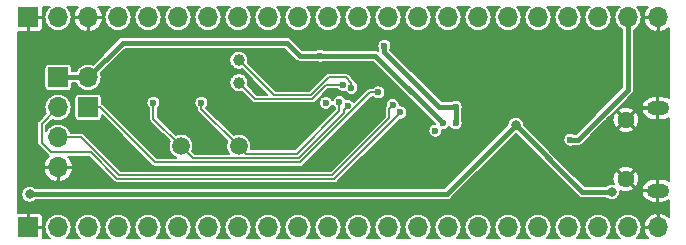
<source format=gbl>
G04 #@! TF.GenerationSoftware,KiCad,Pcbnew,(5.1.2)-2*
G04 #@! TF.CreationDate,2020-02-28T11:19:54+01:00*
G04 #@! TF.ProjectId,mibo48_stm32g4,6d69626f-3438-45f7-9374-6d333267342e,rev?*
G04 #@! TF.SameCoordinates,PX7a53eb0PY5ad6650*
G04 #@! TF.FileFunction,Copper,L2,Bot*
G04 #@! TF.FilePolarity,Positive*
%FSLAX46Y46*%
G04 Gerber Fmt 4.6, Leading zero omitted, Abs format (unit mm)*
G04 Created by KiCad (PCBNEW (5.1.2)-2) date 2020-02-28 11:19:54*
%MOMM*%
%LPD*%
G04 APERTURE LIST*
%ADD10R,1.700000X1.700000*%
%ADD11O,1.700000X1.700000*%
%ADD12C,1.450000*%
%ADD13O,1.900000X1.200000*%
%ADD14C,1.500000*%
%ADD15C,1.000000*%
%ADD16C,0.600000*%
%ADD17C,0.800000*%
%ADD18C,0.152000*%
%ADD19C,0.400000*%
%ADD20C,0.200000*%
G04 APERTURE END LIST*
D10*
X1270000Y-19050000D03*
D11*
X3810000Y-19050000D03*
X6350000Y-19050000D03*
X8890000Y-19050000D03*
X11430000Y-19050000D03*
X13970000Y-19050000D03*
X16510000Y-19050000D03*
X19050000Y-19050000D03*
X21590000Y-19050000D03*
X24130000Y-19050000D03*
X26670000Y-19050000D03*
X29210000Y-19050000D03*
X31750000Y-19050000D03*
X34290000Y-19050000D03*
X36830000Y-19050000D03*
X39370000Y-19050000D03*
X41910000Y-19050000D03*
X44450000Y-19050000D03*
X46990000Y-19050000D03*
X49530000Y-19050000D03*
X52070000Y-19050000D03*
X54610000Y-19050000D03*
X54610000Y-1270000D03*
X52070000Y-1270000D03*
X49530000Y-1270000D03*
X46990000Y-1270000D03*
X44450000Y-1270000D03*
X41910000Y-1270000D03*
X39370000Y-1270000D03*
X36830000Y-1270000D03*
X34290000Y-1270000D03*
X31750000Y-1270000D03*
X29210000Y-1270000D03*
X26670000Y-1270000D03*
X24130000Y-1270000D03*
X21590000Y-1270000D03*
X19050000Y-1270000D03*
X16510000Y-1270000D03*
X13970000Y-1270000D03*
X11430000Y-1270000D03*
X8890000Y-1270000D03*
X6350000Y-1270000D03*
X3810000Y-1270000D03*
D10*
X1270000Y-1270000D03*
D12*
X51877500Y-14946000D03*
X51877500Y-9946000D03*
D13*
X54577500Y-15946000D03*
X54577500Y-8946000D03*
D10*
X3810000Y-6350000D03*
D11*
X3810000Y-8890000D03*
X3810000Y-11430000D03*
X3810000Y-13970000D03*
D14*
X14224000Y-12192000D03*
X19104000Y-12192000D03*
D15*
X19113500Y-4889500D03*
X19113500Y-6789500D03*
D10*
X6350000Y-8890000D03*
D11*
X6350000Y-6350000D03*
D16*
X46228000Y-16129000D03*
X42608500Y-14986000D03*
X50545994Y-7810500D03*
X45402500Y-9270996D03*
X48632841Y-7103841D03*
X33782000Y-4889500D03*
X38036500Y-5588000D03*
X24955500Y-17017998D03*
X12763500Y-8509000D03*
X26485435Y-8511538D03*
X9525000Y-9398000D03*
X20002500Y-8509000D03*
X9144002Y-11684000D03*
X36449000Y-15049488D03*
X27368500Y-12636500D03*
X11874500Y-8509000D03*
X28326744Y-8772536D03*
X15938500Y-8509000D03*
X27622500Y-8445498D03*
X25971500Y-4508500D03*
X31432500Y-3683000D03*
X37465000Y-8826500D03*
X37465000Y-10223500D03*
X35750500Y-10858500D03*
X36385500Y-10223500D03*
X47180506Y-11620500D03*
D17*
X42545000Y-10414000D03*
X50673000Y-16065518D03*
X1403990Y-16256000D03*
D16*
X30924500Y-7620000D03*
X30924500Y-7620000D03*
X27931763Y-6982007D03*
X28638500Y-7239000D03*
X32131008Y-8699500D03*
X32787853Y-9320438D03*
D18*
X11874500Y-9842500D02*
X14224000Y-12192000D01*
X11874500Y-8509000D02*
X11874500Y-9842500D01*
X28026745Y-9072535D02*
X28326744Y-8772536D01*
X28026745Y-9374755D02*
X28026745Y-9072535D01*
X24193500Y-13208000D02*
X28026745Y-9374755D01*
X14224000Y-12192000D02*
X15240000Y-13208000D01*
X15240000Y-13208000D02*
X24193500Y-13208000D01*
X15938500Y-9017000D02*
X15938500Y-8509000D01*
X19104000Y-12192000D02*
X19104000Y-12182500D01*
X19104000Y-12182500D02*
X15938500Y-9017000D01*
X19739000Y-12827000D02*
X19104000Y-12192000D01*
X24003000Y-12827000D02*
X19739000Y-12827000D01*
X27622500Y-8445498D02*
X27622500Y-9207500D01*
X27622500Y-9207500D02*
X24003000Y-12827000D01*
D19*
X3810000Y-6350000D02*
X6350000Y-6350000D01*
X37465000Y-8826500D02*
X37465000Y-10223500D01*
X36385500Y-10223500D02*
X30670500Y-4508500D01*
X30670500Y-4508500D02*
X25971500Y-4508500D01*
X52070000Y-1270000D02*
X52070000Y-7409264D01*
X52070000Y-7409264D02*
X47858764Y-11620500D01*
X47858764Y-11620500D02*
X47604770Y-11620500D01*
X47604770Y-11620500D02*
X47180506Y-11620500D01*
X25971500Y-4508500D02*
X24257000Y-4508500D01*
X23177500Y-3429000D02*
X9271000Y-3429000D01*
X9271000Y-3429000D02*
X6350000Y-6350000D01*
X24257000Y-4508500D02*
X23177500Y-3429000D01*
X31432500Y-4191000D02*
X31432500Y-3683000D01*
X37465000Y-8826500D02*
X36068000Y-8826500D01*
X36068000Y-8826500D02*
X31432500Y-4191000D01*
X42545000Y-10414000D02*
X48196518Y-16065518D01*
X48196518Y-16065518D02*
X50673000Y-16065518D01*
X42545000Y-10414000D02*
X36703000Y-16256000D01*
X1969675Y-16256000D02*
X1403990Y-16256000D01*
X36703000Y-16256000D02*
X1969675Y-16256000D01*
D18*
X11987500Y-13525500D02*
X7352000Y-8890000D01*
X24320500Y-13525500D02*
X11987500Y-13525500D01*
X30226000Y-7620000D02*
X24320500Y-13525500D01*
X30924500Y-7620000D02*
X30226000Y-7620000D01*
X7352000Y-8890000D02*
X6350000Y-8890000D01*
X27507499Y-6982007D02*
X27931763Y-6982007D01*
X26531429Y-6982007D02*
X27507499Y-6982007D01*
X25335425Y-8178011D02*
X26531429Y-6982007D01*
X19113500Y-6789500D02*
X20502011Y-8178011D01*
X20502011Y-8178011D02*
X25335425Y-8178011D01*
X26733500Y-6350000D02*
X28173764Y-6350000D01*
X28638500Y-6814736D02*
X28638500Y-7239000D01*
X28173764Y-6350000D02*
X28638500Y-6814736D01*
X25209500Y-7874000D02*
X26733500Y-6350000D01*
X19113500Y-4889500D02*
X22098000Y-7874000D01*
X22098000Y-7874000D02*
X25209500Y-7874000D01*
X31831009Y-8999499D02*
X32131008Y-8699500D01*
X31831009Y-9824991D02*
X31831009Y-8999499D01*
X27037511Y-14618489D02*
X31831009Y-9824991D01*
X8952425Y-14618489D02*
X27037511Y-14618489D01*
X3810000Y-11430000D02*
X5763936Y-11430000D01*
X5763936Y-11430000D02*
X8952425Y-14618489D01*
X8826500Y-14922500D02*
X27185791Y-14922500D01*
X27185791Y-14922500D02*
X32487854Y-9620437D01*
X32487854Y-9620437D02*
X32787853Y-9320438D01*
X3238500Y-12700000D02*
X6604000Y-12700000D01*
X6604000Y-12700000D02*
X8826500Y-14922500D01*
X2413000Y-10287000D02*
X2413000Y-11874500D01*
X3810000Y-8890000D02*
X2413000Y-10287000D01*
X2413000Y-11874500D02*
X3238500Y-12700000D01*
D20*
G36*
X2992893Y-452893D02*
G01*
X2849184Y-628003D01*
X2742398Y-827785D01*
X2676640Y-1044561D01*
X2654436Y-1270000D01*
X2676640Y-1495439D01*
X2742398Y-1712215D01*
X2849184Y-1911997D01*
X2992893Y-2087107D01*
X3168003Y-2230816D01*
X3367785Y-2337602D01*
X3584561Y-2403360D01*
X3753508Y-2420000D01*
X3866492Y-2420000D01*
X4035439Y-2403360D01*
X4252215Y-2337602D01*
X4451997Y-2230816D01*
X4627107Y-2087107D01*
X4770816Y-1911997D01*
X4877602Y-1712215D01*
X4937495Y-1514771D01*
X5124197Y-1514771D01*
X5195503Y-1749210D01*
X5311176Y-1965233D01*
X5466770Y-2154539D01*
X5656306Y-2309852D01*
X5872500Y-2425205D01*
X6105229Y-2495801D01*
X6300000Y-2418913D01*
X6300000Y-1320000D01*
X6400000Y-1320000D01*
X6400000Y-2418913D01*
X6594771Y-2495801D01*
X6827500Y-2425205D01*
X7043694Y-2309852D01*
X7233230Y-2154539D01*
X7388824Y-1965233D01*
X7504497Y-1749210D01*
X7575803Y-1514771D01*
X7499002Y-1320000D01*
X6400000Y-1320000D01*
X6300000Y-1320000D01*
X5200998Y-1320000D01*
X5124197Y-1514771D01*
X4937495Y-1514771D01*
X4943360Y-1495439D01*
X4965564Y-1270000D01*
X4943360Y-1044561D01*
X4877602Y-827785D01*
X4770816Y-628003D01*
X4627107Y-452893D01*
X4532194Y-375000D01*
X5479536Y-375000D01*
X5466770Y-385461D01*
X5311176Y-574767D01*
X5195503Y-790790D01*
X5124197Y-1025229D01*
X5200998Y-1220000D01*
X6300000Y-1220000D01*
X6300000Y-1200000D01*
X6400000Y-1200000D01*
X6400000Y-1220000D01*
X7499002Y-1220000D01*
X7575803Y-1025229D01*
X7504497Y-790790D01*
X7388824Y-574767D01*
X7233230Y-385461D01*
X7220464Y-375000D01*
X8167806Y-375000D01*
X8072893Y-452893D01*
X7929184Y-628003D01*
X7822398Y-827785D01*
X7756640Y-1044561D01*
X7734436Y-1270000D01*
X7756640Y-1495439D01*
X7822398Y-1712215D01*
X7929184Y-1911997D01*
X8072893Y-2087107D01*
X8248003Y-2230816D01*
X8447785Y-2337602D01*
X8664561Y-2403360D01*
X8833508Y-2420000D01*
X8946492Y-2420000D01*
X9115439Y-2403360D01*
X9332215Y-2337602D01*
X9531997Y-2230816D01*
X9707107Y-2087107D01*
X9850816Y-1911997D01*
X9957602Y-1712215D01*
X10023360Y-1495439D01*
X10045564Y-1270000D01*
X10023360Y-1044561D01*
X9957602Y-827785D01*
X9850816Y-628003D01*
X9707107Y-452893D01*
X9612194Y-375000D01*
X10707806Y-375000D01*
X10612893Y-452893D01*
X10469184Y-628003D01*
X10362398Y-827785D01*
X10296640Y-1044561D01*
X10274436Y-1270000D01*
X10296640Y-1495439D01*
X10362398Y-1712215D01*
X10469184Y-1911997D01*
X10612893Y-2087107D01*
X10788003Y-2230816D01*
X10987785Y-2337602D01*
X11204561Y-2403360D01*
X11373508Y-2420000D01*
X11486492Y-2420000D01*
X11655439Y-2403360D01*
X11872215Y-2337602D01*
X12071997Y-2230816D01*
X12247107Y-2087107D01*
X12390816Y-1911997D01*
X12497602Y-1712215D01*
X12563360Y-1495439D01*
X12585564Y-1270000D01*
X12563360Y-1044561D01*
X12497602Y-827785D01*
X12390816Y-628003D01*
X12247107Y-452893D01*
X12152194Y-375000D01*
X13247806Y-375000D01*
X13152893Y-452893D01*
X13009184Y-628003D01*
X12902398Y-827785D01*
X12836640Y-1044561D01*
X12814436Y-1270000D01*
X12836640Y-1495439D01*
X12902398Y-1712215D01*
X13009184Y-1911997D01*
X13152893Y-2087107D01*
X13328003Y-2230816D01*
X13527785Y-2337602D01*
X13744561Y-2403360D01*
X13913508Y-2420000D01*
X14026492Y-2420000D01*
X14195439Y-2403360D01*
X14412215Y-2337602D01*
X14611997Y-2230816D01*
X14787107Y-2087107D01*
X14930816Y-1911997D01*
X15037602Y-1712215D01*
X15103360Y-1495439D01*
X15125564Y-1270000D01*
X15103360Y-1044561D01*
X15037602Y-827785D01*
X14930816Y-628003D01*
X14787107Y-452893D01*
X14692194Y-375000D01*
X15787806Y-375000D01*
X15692893Y-452893D01*
X15549184Y-628003D01*
X15442398Y-827785D01*
X15376640Y-1044561D01*
X15354436Y-1270000D01*
X15376640Y-1495439D01*
X15442398Y-1712215D01*
X15549184Y-1911997D01*
X15692893Y-2087107D01*
X15868003Y-2230816D01*
X16067785Y-2337602D01*
X16284561Y-2403360D01*
X16453508Y-2420000D01*
X16566492Y-2420000D01*
X16735439Y-2403360D01*
X16952215Y-2337602D01*
X17151997Y-2230816D01*
X17327107Y-2087107D01*
X17470816Y-1911997D01*
X17577602Y-1712215D01*
X17643360Y-1495439D01*
X17665564Y-1270000D01*
X17643360Y-1044561D01*
X17577602Y-827785D01*
X17470816Y-628003D01*
X17327107Y-452893D01*
X17232194Y-375000D01*
X18327806Y-375000D01*
X18232893Y-452893D01*
X18089184Y-628003D01*
X17982398Y-827785D01*
X17916640Y-1044561D01*
X17894436Y-1270000D01*
X17916640Y-1495439D01*
X17982398Y-1712215D01*
X18089184Y-1911997D01*
X18232893Y-2087107D01*
X18408003Y-2230816D01*
X18607785Y-2337602D01*
X18824561Y-2403360D01*
X18993508Y-2420000D01*
X19106492Y-2420000D01*
X19275439Y-2403360D01*
X19492215Y-2337602D01*
X19691997Y-2230816D01*
X19867107Y-2087107D01*
X20010816Y-1911997D01*
X20117602Y-1712215D01*
X20183360Y-1495439D01*
X20205564Y-1270000D01*
X20183360Y-1044561D01*
X20117602Y-827785D01*
X20010816Y-628003D01*
X19867107Y-452893D01*
X19772194Y-375000D01*
X20867806Y-375000D01*
X20772893Y-452893D01*
X20629184Y-628003D01*
X20522398Y-827785D01*
X20456640Y-1044561D01*
X20434436Y-1270000D01*
X20456640Y-1495439D01*
X20522398Y-1712215D01*
X20629184Y-1911997D01*
X20772893Y-2087107D01*
X20948003Y-2230816D01*
X21147785Y-2337602D01*
X21364561Y-2403360D01*
X21533508Y-2420000D01*
X21646492Y-2420000D01*
X21815439Y-2403360D01*
X22032215Y-2337602D01*
X22231997Y-2230816D01*
X22407107Y-2087107D01*
X22550816Y-1911997D01*
X22657602Y-1712215D01*
X22723360Y-1495439D01*
X22745564Y-1270000D01*
X22723360Y-1044561D01*
X22657602Y-827785D01*
X22550816Y-628003D01*
X22407107Y-452893D01*
X22312194Y-375000D01*
X23407806Y-375000D01*
X23312893Y-452893D01*
X23169184Y-628003D01*
X23062398Y-827785D01*
X22996640Y-1044561D01*
X22974436Y-1270000D01*
X22996640Y-1495439D01*
X23062398Y-1712215D01*
X23169184Y-1911997D01*
X23312893Y-2087107D01*
X23488003Y-2230816D01*
X23687785Y-2337602D01*
X23904561Y-2403360D01*
X24073508Y-2420000D01*
X24186492Y-2420000D01*
X24355439Y-2403360D01*
X24572215Y-2337602D01*
X24771997Y-2230816D01*
X24947107Y-2087107D01*
X25090816Y-1911997D01*
X25197602Y-1712215D01*
X25263360Y-1495439D01*
X25285564Y-1270000D01*
X25263360Y-1044561D01*
X25197602Y-827785D01*
X25090816Y-628003D01*
X24947107Y-452893D01*
X24852194Y-375000D01*
X25947806Y-375000D01*
X25852893Y-452893D01*
X25709184Y-628003D01*
X25602398Y-827785D01*
X25536640Y-1044561D01*
X25514436Y-1270000D01*
X25536640Y-1495439D01*
X25602398Y-1712215D01*
X25709184Y-1911997D01*
X25852893Y-2087107D01*
X26028003Y-2230816D01*
X26227785Y-2337602D01*
X26444561Y-2403360D01*
X26613508Y-2420000D01*
X26726492Y-2420000D01*
X26895439Y-2403360D01*
X27112215Y-2337602D01*
X27311997Y-2230816D01*
X27487107Y-2087107D01*
X27630816Y-1911997D01*
X27737602Y-1712215D01*
X27803360Y-1495439D01*
X27825564Y-1270000D01*
X27803360Y-1044561D01*
X27737602Y-827785D01*
X27630816Y-628003D01*
X27487107Y-452893D01*
X27392194Y-375000D01*
X28487806Y-375000D01*
X28392893Y-452893D01*
X28249184Y-628003D01*
X28142398Y-827785D01*
X28076640Y-1044561D01*
X28054436Y-1270000D01*
X28076640Y-1495439D01*
X28142398Y-1712215D01*
X28249184Y-1911997D01*
X28392893Y-2087107D01*
X28568003Y-2230816D01*
X28767785Y-2337602D01*
X28984561Y-2403360D01*
X29153508Y-2420000D01*
X29266492Y-2420000D01*
X29435439Y-2403360D01*
X29652215Y-2337602D01*
X29851997Y-2230816D01*
X30027107Y-2087107D01*
X30170816Y-1911997D01*
X30277602Y-1712215D01*
X30343360Y-1495439D01*
X30365564Y-1270000D01*
X30343360Y-1044561D01*
X30277602Y-827785D01*
X30170816Y-628003D01*
X30027107Y-452893D01*
X29932194Y-375000D01*
X31027806Y-375000D01*
X30932893Y-452893D01*
X30789184Y-628003D01*
X30682398Y-827785D01*
X30616640Y-1044561D01*
X30594436Y-1270000D01*
X30616640Y-1495439D01*
X30682398Y-1712215D01*
X30789184Y-1911997D01*
X30932893Y-2087107D01*
X31108003Y-2230816D01*
X31307785Y-2337602D01*
X31524561Y-2403360D01*
X31693508Y-2420000D01*
X31806492Y-2420000D01*
X31975439Y-2403360D01*
X32192215Y-2337602D01*
X32391997Y-2230816D01*
X32567107Y-2087107D01*
X32710816Y-1911997D01*
X32817602Y-1712215D01*
X32883360Y-1495439D01*
X32905564Y-1270000D01*
X32883360Y-1044561D01*
X32817602Y-827785D01*
X32710816Y-628003D01*
X32567107Y-452893D01*
X32472194Y-375000D01*
X33567806Y-375000D01*
X33472893Y-452893D01*
X33329184Y-628003D01*
X33222398Y-827785D01*
X33156640Y-1044561D01*
X33134436Y-1270000D01*
X33156640Y-1495439D01*
X33222398Y-1712215D01*
X33329184Y-1911997D01*
X33472893Y-2087107D01*
X33648003Y-2230816D01*
X33847785Y-2337602D01*
X34064561Y-2403360D01*
X34233508Y-2420000D01*
X34346492Y-2420000D01*
X34515439Y-2403360D01*
X34732215Y-2337602D01*
X34931997Y-2230816D01*
X35107107Y-2087107D01*
X35250816Y-1911997D01*
X35357602Y-1712215D01*
X35423360Y-1495439D01*
X35445564Y-1270000D01*
X35423360Y-1044561D01*
X35357602Y-827785D01*
X35250816Y-628003D01*
X35107107Y-452893D01*
X35012194Y-375000D01*
X36107806Y-375000D01*
X36012893Y-452893D01*
X35869184Y-628003D01*
X35762398Y-827785D01*
X35696640Y-1044561D01*
X35674436Y-1270000D01*
X35696640Y-1495439D01*
X35762398Y-1712215D01*
X35869184Y-1911997D01*
X36012893Y-2087107D01*
X36188003Y-2230816D01*
X36387785Y-2337602D01*
X36604561Y-2403360D01*
X36773508Y-2420000D01*
X36886492Y-2420000D01*
X37055439Y-2403360D01*
X37272215Y-2337602D01*
X37471997Y-2230816D01*
X37647107Y-2087107D01*
X37790816Y-1911997D01*
X37897602Y-1712215D01*
X37963360Y-1495439D01*
X37985564Y-1270000D01*
X37963360Y-1044561D01*
X37897602Y-827785D01*
X37790816Y-628003D01*
X37647107Y-452893D01*
X37552194Y-375000D01*
X38647806Y-375000D01*
X38552893Y-452893D01*
X38409184Y-628003D01*
X38302398Y-827785D01*
X38236640Y-1044561D01*
X38214436Y-1270000D01*
X38236640Y-1495439D01*
X38302398Y-1712215D01*
X38409184Y-1911997D01*
X38552893Y-2087107D01*
X38728003Y-2230816D01*
X38927785Y-2337602D01*
X39144561Y-2403360D01*
X39313508Y-2420000D01*
X39426492Y-2420000D01*
X39595439Y-2403360D01*
X39812215Y-2337602D01*
X40011997Y-2230816D01*
X40187107Y-2087107D01*
X40330816Y-1911997D01*
X40437602Y-1712215D01*
X40503360Y-1495439D01*
X40525564Y-1270000D01*
X40503360Y-1044561D01*
X40437602Y-827785D01*
X40330816Y-628003D01*
X40187107Y-452893D01*
X40092194Y-375000D01*
X41187806Y-375000D01*
X41092893Y-452893D01*
X40949184Y-628003D01*
X40842398Y-827785D01*
X40776640Y-1044561D01*
X40754436Y-1270000D01*
X40776640Y-1495439D01*
X40842398Y-1712215D01*
X40949184Y-1911997D01*
X41092893Y-2087107D01*
X41268003Y-2230816D01*
X41467785Y-2337602D01*
X41684561Y-2403360D01*
X41853508Y-2420000D01*
X41966492Y-2420000D01*
X42135439Y-2403360D01*
X42352215Y-2337602D01*
X42551997Y-2230816D01*
X42727107Y-2087107D01*
X42870816Y-1911997D01*
X42977602Y-1712215D01*
X43043360Y-1495439D01*
X43065564Y-1270000D01*
X43043360Y-1044561D01*
X42977602Y-827785D01*
X42870816Y-628003D01*
X42727107Y-452893D01*
X42632194Y-375000D01*
X43727806Y-375000D01*
X43632893Y-452893D01*
X43489184Y-628003D01*
X43382398Y-827785D01*
X43316640Y-1044561D01*
X43294436Y-1270000D01*
X43316640Y-1495439D01*
X43382398Y-1712215D01*
X43489184Y-1911997D01*
X43632893Y-2087107D01*
X43808003Y-2230816D01*
X44007785Y-2337602D01*
X44224561Y-2403360D01*
X44393508Y-2420000D01*
X44506492Y-2420000D01*
X44675439Y-2403360D01*
X44892215Y-2337602D01*
X45091997Y-2230816D01*
X45267107Y-2087107D01*
X45410816Y-1911997D01*
X45517602Y-1712215D01*
X45583360Y-1495439D01*
X45605564Y-1270000D01*
X45583360Y-1044561D01*
X45517602Y-827785D01*
X45410816Y-628003D01*
X45267107Y-452893D01*
X45172194Y-375000D01*
X46267806Y-375000D01*
X46172893Y-452893D01*
X46029184Y-628003D01*
X45922398Y-827785D01*
X45856640Y-1044561D01*
X45834436Y-1270000D01*
X45856640Y-1495439D01*
X45922398Y-1712215D01*
X46029184Y-1911997D01*
X46172893Y-2087107D01*
X46348003Y-2230816D01*
X46547785Y-2337602D01*
X46764561Y-2403360D01*
X46933508Y-2420000D01*
X47046492Y-2420000D01*
X47215439Y-2403360D01*
X47432215Y-2337602D01*
X47631997Y-2230816D01*
X47807107Y-2087107D01*
X47950816Y-1911997D01*
X48057602Y-1712215D01*
X48123360Y-1495439D01*
X48145564Y-1270000D01*
X48123360Y-1044561D01*
X48057602Y-827785D01*
X47950816Y-628003D01*
X47807107Y-452893D01*
X47712194Y-375000D01*
X48807806Y-375000D01*
X48712893Y-452893D01*
X48569184Y-628003D01*
X48462398Y-827785D01*
X48396640Y-1044561D01*
X48374436Y-1270000D01*
X48396640Y-1495439D01*
X48462398Y-1712215D01*
X48569184Y-1911997D01*
X48712893Y-2087107D01*
X48888003Y-2230816D01*
X49087785Y-2337602D01*
X49304561Y-2403360D01*
X49473508Y-2420000D01*
X49586492Y-2420000D01*
X49755439Y-2403360D01*
X49972215Y-2337602D01*
X50171997Y-2230816D01*
X50347107Y-2087107D01*
X50490816Y-1911997D01*
X50597602Y-1712215D01*
X50663360Y-1495439D01*
X50685564Y-1270000D01*
X50663360Y-1044561D01*
X50597602Y-827785D01*
X50490816Y-628003D01*
X50347107Y-452893D01*
X50252194Y-375000D01*
X51347806Y-375000D01*
X51252893Y-452893D01*
X51109184Y-628003D01*
X51002398Y-827785D01*
X50936640Y-1044561D01*
X50914436Y-1270000D01*
X50936640Y-1495439D01*
X51002398Y-1712215D01*
X51109184Y-1911997D01*
X51252893Y-2087107D01*
X51428003Y-2230816D01*
X51570000Y-2306715D01*
X51570001Y-7202157D01*
X47651659Y-11120500D01*
X47512175Y-11120500D01*
X47464713Y-11088787D01*
X47355520Y-11043558D01*
X47239601Y-11020500D01*
X47121411Y-11020500D01*
X47005492Y-11043558D01*
X46896299Y-11088787D01*
X46798028Y-11154450D01*
X46714456Y-11238022D01*
X46648793Y-11336293D01*
X46603564Y-11445486D01*
X46580506Y-11561405D01*
X46580506Y-11679595D01*
X46603564Y-11795514D01*
X46648793Y-11904707D01*
X46714456Y-12002978D01*
X46798028Y-12086550D01*
X46896299Y-12152213D01*
X47005492Y-12197442D01*
X47121411Y-12220500D01*
X47239601Y-12220500D01*
X47355520Y-12197442D01*
X47464713Y-12152213D01*
X47512175Y-12120500D01*
X47834204Y-12120500D01*
X47858764Y-12122919D01*
X47883324Y-12120500D01*
X47956781Y-12113265D01*
X48051031Y-12084675D01*
X48137893Y-12038246D01*
X48214028Y-11975764D01*
X48229693Y-11956676D01*
X49477239Y-10709130D01*
X51185081Y-10709130D01*
X51254144Y-10889042D01*
X51450100Y-10992533D01*
X51662481Y-11055806D01*
X51883125Y-11076430D01*
X52103553Y-11053611D01*
X52315293Y-10988228D01*
X52500856Y-10889042D01*
X52569919Y-10709130D01*
X51877500Y-10016711D01*
X51185081Y-10709130D01*
X49477239Y-10709130D01*
X50234744Y-9951625D01*
X50747070Y-9951625D01*
X50769889Y-10172053D01*
X50835272Y-10383793D01*
X50934458Y-10569356D01*
X51114370Y-10638419D01*
X51806789Y-9946000D01*
X51948211Y-9946000D01*
X52640630Y-10638419D01*
X52820542Y-10569356D01*
X52924033Y-10373400D01*
X52987306Y-10161019D01*
X53007930Y-9940375D01*
X52985111Y-9719947D01*
X52919728Y-9508207D01*
X52820542Y-9322644D01*
X52640630Y-9253581D01*
X51948211Y-9946000D01*
X51806789Y-9946000D01*
X51114370Y-9253581D01*
X50934458Y-9322644D01*
X50830967Y-9518600D01*
X50767694Y-9730981D01*
X50747070Y-9951625D01*
X50234744Y-9951625D01*
X51003499Y-9182870D01*
X51185081Y-9182870D01*
X51877500Y-9875289D01*
X52569919Y-9182870D01*
X52557925Y-9151623D01*
X53248869Y-9151623D01*
X53284485Y-9282490D01*
X53368251Y-9459997D01*
X53485037Y-9617752D01*
X53630356Y-9749692D01*
X53798622Y-9850746D01*
X53983370Y-9917031D01*
X54177500Y-9946000D01*
X54527500Y-9946000D01*
X54527500Y-8996000D01*
X53328890Y-8996000D01*
X53248869Y-9151623D01*
X52557925Y-9151623D01*
X52500856Y-9002958D01*
X52304900Y-8899467D01*
X52092519Y-8836194D01*
X51871875Y-8815570D01*
X51651447Y-8838389D01*
X51439707Y-8903772D01*
X51254144Y-9002958D01*
X51185081Y-9182870D01*
X51003499Y-9182870D01*
X51445992Y-8740377D01*
X53248869Y-8740377D01*
X53328890Y-8896000D01*
X54527500Y-8896000D01*
X54527500Y-7946000D01*
X54177500Y-7946000D01*
X53983370Y-7974969D01*
X53798622Y-8041254D01*
X53630356Y-8142308D01*
X53485037Y-8274248D01*
X53368251Y-8432003D01*
X53284485Y-8609510D01*
X53248869Y-8740377D01*
X51445992Y-8740377D01*
X52406181Y-7780189D01*
X52425264Y-7764528D01*
X52487746Y-7688393D01*
X52534175Y-7601531D01*
X52562765Y-7507281D01*
X52570000Y-7433824D01*
X52570000Y-7433823D01*
X52572419Y-7409265D01*
X52570000Y-7384707D01*
X52570000Y-2306715D01*
X52711997Y-2230816D01*
X52887107Y-2087107D01*
X53030816Y-1911997D01*
X53137602Y-1712215D01*
X53197495Y-1514771D01*
X53384197Y-1514771D01*
X53455503Y-1749210D01*
X53571176Y-1965233D01*
X53726770Y-2154539D01*
X53916306Y-2309852D01*
X54132500Y-2425205D01*
X54365229Y-2495801D01*
X54560000Y-2418913D01*
X54560000Y-1320000D01*
X53460998Y-1320000D01*
X53384197Y-1514771D01*
X53197495Y-1514771D01*
X53203360Y-1495439D01*
X53225564Y-1270000D01*
X53203360Y-1044561D01*
X53137602Y-827785D01*
X53030816Y-628003D01*
X52887107Y-452893D01*
X52792194Y-375000D01*
X53739536Y-375000D01*
X53726770Y-385461D01*
X53571176Y-574767D01*
X53455503Y-790790D01*
X53384197Y-1025229D01*
X53460998Y-1220000D01*
X54560000Y-1220000D01*
X54560000Y-1200000D01*
X54660000Y-1200000D01*
X54660000Y-1220000D01*
X54680000Y-1220000D01*
X54680000Y-1320000D01*
X54660000Y-1320000D01*
X54660000Y-2418913D01*
X54854771Y-2495801D01*
X55087500Y-2425205D01*
X55303694Y-2309852D01*
X55493230Y-2154539D01*
X55505000Y-2140219D01*
X55505000Y-8130511D01*
X55356378Y-8041254D01*
X55171630Y-7974969D01*
X54977500Y-7946000D01*
X54627500Y-7946000D01*
X54627500Y-8896000D01*
X54647500Y-8896000D01*
X54647500Y-8996000D01*
X54627500Y-8996000D01*
X54627500Y-9946000D01*
X54977500Y-9946000D01*
X55171630Y-9917031D01*
X55356378Y-9850746D01*
X55505000Y-9761489D01*
X55505001Y-15130511D01*
X55356378Y-15041254D01*
X55171630Y-14974969D01*
X54977500Y-14946000D01*
X54627500Y-14946000D01*
X54627500Y-15896000D01*
X54647500Y-15896000D01*
X54647500Y-15996000D01*
X54627500Y-15996000D01*
X54627500Y-16946000D01*
X54977500Y-16946000D01*
X55171630Y-16917031D01*
X55356378Y-16850746D01*
X55505001Y-16761489D01*
X55505001Y-18179782D01*
X55493230Y-18165461D01*
X55303694Y-18010148D01*
X55087500Y-17894795D01*
X54854771Y-17824199D01*
X54660000Y-17901087D01*
X54660000Y-19000000D01*
X54680000Y-19000000D01*
X54680000Y-19100000D01*
X54660000Y-19100000D01*
X54660000Y-19120000D01*
X54560000Y-19120000D01*
X54560000Y-19100000D01*
X53460998Y-19100000D01*
X53384197Y-19294771D01*
X53455503Y-19529210D01*
X53571176Y-19745233D01*
X53726770Y-19934539D01*
X53739536Y-19945000D01*
X52792194Y-19945000D01*
X52887107Y-19867107D01*
X53030816Y-19691997D01*
X53137602Y-19492215D01*
X53203360Y-19275439D01*
X53225564Y-19050000D01*
X53203360Y-18824561D01*
X53197496Y-18805229D01*
X53384197Y-18805229D01*
X53460998Y-19000000D01*
X54560000Y-19000000D01*
X54560000Y-17901087D01*
X54365229Y-17824199D01*
X54132500Y-17894795D01*
X53916306Y-18010148D01*
X53726770Y-18165461D01*
X53571176Y-18354767D01*
X53455503Y-18570790D01*
X53384197Y-18805229D01*
X53197496Y-18805229D01*
X53137602Y-18607785D01*
X53030816Y-18408003D01*
X52887107Y-18232893D01*
X52711997Y-18089184D01*
X52512215Y-17982398D01*
X52295439Y-17916640D01*
X52126492Y-17900000D01*
X52013508Y-17900000D01*
X51844561Y-17916640D01*
X51627785Y-17982398D01*
X51428003Y-18089184D01*
X51252893Y-18232893D01*
X51109184Y-18408003D01*
X51002398Y-18607785D01*
X50936640Y-18824561D01*
X50914436Y-19050000D01*
X50936640Y-19275439D01*
X51002398Y-19492215D01*
X51109184Y-19691997D01*
X51252893Y-19867107D01*
X51347806Y-19945000D01*
X50252194Y-19945000D01*
X50347107Y-19867107D01*
X50490816Y-19691997D01*
X50597602Y-19492215D01*
X50663360Y-19275439D01*
X50685564Y-19050000D01*
X50663360Y-18824561D01*
X50597602Y-18607785D01*
X50490816Y-18408003D01*
X50347107Y-18232893D01*
X50171997Y-18089184D01*
X49972215Y-17982398D01*
X49755439Y-17916640D01*
X49586492Y-17900000D01*
X49473508Y-17900000D01*
X49304561Y-17916640D01*
X49087785Y-17982398D01*
X48888003Y-18089184D01*
X48712893Y-18232893D01*
X48569184Y-18408003D01*
X48462398Y-18607785D01*
X48396640Y-18824561D01*
X48374436Y-19050000D01*
X48396640Y-19275439D01*
X48462398Y-19492215D01*
X48569184Y-19691997D01*
X48712893Y-19867107D01*
X48807806Y-19945000D01*
X47712194Y-19945000D01*
X47807107Y-19867107D01*
X47950816Y-19691997D01*
X48057602Y-19492215D01*
X48123360Y-19275439D01*
X48145564Y-19050000D01*
X48123360Y-18824561D01*
X48057602Y-18607785D01*
X47950816Y-18408003D01*
X47807107Y-18232893D01*
X47631997Y-18089184D01*
X47432215Y-17982398D01*
X47215439Y-17916640D01*
X47046492Y-17900000D01*
X46933508Y-17900000D01*
X46764561Y-17916640D01*
X46547785Y-17982398D01*
X46348003Y-18089184D01*
X46172893Y-18232893D01*
X46029184Y-18408003D01*
X45922398Y-18607785D01*
X45856640Y-18824561D01*
X45834436Y-19050000D01*
X45856640Y-19275439D01*
X45922398Y-19492215D01*
X46029184Y-19691997D01*
X46172893Y-19867107D01*
X46267806Y-19945000D01*
X45172194Y-19945000D01*
X45267107Y-19867107D01*
X45410816Y-19691997D01*
X45517602Y-19492215D01*
X45583360Y-19275439D01*
X45605564Y-19050000D01*
X45583360Y-18824561D01*
X45517602Y-18607785D01*
X45410816Y-18408003D01*
X45267107Y-18232893D01*
X45091997Y-18089184D01*
X44892215Y-17982398D01*
X44675439Y-17916640D01*
X44506492Y-17900000D01*
X44393508Y-17900000D01*
X44224561Y-17916640D01*
X44007785Y-17982398D01*
X43808003Y-18089184D01*
X43632893Y-18232893D01*
X43489184Y-18408003D01*
X43382398Y-18607785D01*
X43316640Y-18824561D01*
X43294436Y-19050000D01*
X43316640Y-19275439D01*
X43382398Y-19492215D01*
X43489184Y-19691997D01*
X43632893Y-19867107D01*
X43727806Y-19945000D01*
X42632194Y-19945000D01*
X42727107Y-19867107D01*
X42870816Y-19691997D01*
X42977602Y-19492215D01*
X43043360Y-19275439D01*
X43065564Y-19050000D01*
X43043360Y-18824561D01*
X42977602Y-18607785D01*
X42870816Y-18408003D01*
X42727107Y-18232893D01*
X42551997Y-18089184D01*
X42352215Y-17982398D01*
X42135439Y-17916640D01*
X41966492Y-17900000D01*
X41853508Y-17900000D01*
X41684561Y-17916640D01*
X41467785Y-17982398D01*
X41268003Y-18089184D01*
X41092893Y-18232893D01*
X40949184Y-18408003D01*
X40842398Y-18607785D01*
X40776640Y-18824561D01*
X40754436Y-19050000D01*
X40776640Y-19275439D01*
X40842398Y-19492215D01*
X40949184Y-19691997D01*
X41092893Y-19867107D01*
X41187806Y-19945000D01*
X40092194Y-19945000D01*
X40187107Y-19867107D01*
X40330816Y-19691997D01*
X40437602Y-19492215D01*
X40503360Y-19275439D01*
X40525564Y-19050000D01*
X40503360Y-18824561D01*
X40437602Y-18607785D01*
X40330816Y-18408003D01*
X40187107Y-18232893D01*
X40011997Y-18089184D01*
X39812215Y-17982398D01*
X39595439Y-17916640D01*
X39426492Y-17900000D01*
X39313508Y-17900000D01*
X39144561Y-17916640D01*
X38927785Y-17982398D01*
X38728003Y-18089184D01*
X38552893Y-18232893D01*
X38409184Y-18408003D01*
X38302398Y-18607785D01*
X38236640Y-18824561D01*
X38214436Y-19050000D01*
X38236640Y-19275439D01*
X38302398Y-19492215D01*
X38409184Y-19691997D01*
X38552893Y-19867107D01*
X38647806Y-19945000D01*
X37552194Y-19945000D01*
X37647107Y-19867107D01*
X37790816Y-19691997D01*
X37897602Y-19492215D01*
X37963360Y-19275439D01*
X37985564Y-19050000D01*
X37963360Y-18824561D01*
X37897602Y-18607785D01*
X37790816Y-18408003D01*
X37647107Y-18232893D01*
X37471997Y-18089184D01*
X37272215Y-17982398D01*
X37055439Y-17916640D01*
X36886492Y-17900000D01*
X36773508Y-17900000D01*
X36604561Y-17916640D01*
X36387785Y-17982398D01*
X36188003Y-18089184D01*
X36012893Y-18232893D01*
X35869184Y-18408003D01*
X35762398Y-18607785D01*
X35696640Y-18824561D01*
X35674436Y-19050000D01*
X35696640Y-19275439D01*
X35762398Y-19492215D01*
X35869184Y-19691997D01*
X36012893Y-19867107D01*
X36107806Y-19945000D01*
X35012194Y-19945000D01*
X35107107Y-19867107D01*
X35250816Y-19691997D01*
X35357602Y-19492215D01*
X35423360Y-19275439D01*
X35445564Y-19050000D01*
X35423360Y-18824561D01*
X35357602Y-18607785D01*
X35250816Y-18408003D01*
X35107107Y-18232893D01*
X34931997Y-18089184D01*
X34732215Y-17982398D01*
X34515439Y-17916640D01*
X34346492Y-17900000D01*
X34233508Y-17900000D01*
X34064561Y-17916640D01*
X33847785Y-17982398D01*
X33648003Y-18089184D01*
X33472893Y-18232893D01*
X33329184Y-18408003D01*
X33222398Y-18607785D01*
X33156640Y-18824561D01*
X33134436Y-19050000D01*
X33156640Y-19275439D01*
X33222398Y-19492215D01*
X33329184Y-19691997D01*
X33472893Y-19867107D01*
X33567806Y-19945000D01*
X32472194Y-19945000D01*
X32567107Y-19867107D01*
X32710816Y-19691997D01*
X32817602Y-19492215D01*
X32883360Y-19275439D01*
X32905564Y-19050000D01*
X32883360Y-18824561D01*
X32817602Y-18607785D01*
X32710816Y-18408003D01*
X32567107Y-18232893D01*
X32391997Y-18089184D01*
X32192215Y-17982398D01*
X31975439Y-17916640D01*
X31806492Y-17900000D01*
X31693508Y-17900000D01*
X31524561Y-17916640D01*
X31307785Y-17982398D01*
X31108003Y-18089184D01*
X30932893Y-18232893D01*
X30789184Y-18408003D01*
X30682398Y-18607785D01*
X30616640Y-18824561D01*
X30594436Y-19050000D01*
X30616640Y-19275439D01*
X30682398Y-19492215D01*
X30789184Y-19691997D01*
X30932893Y-19867107D01*
X31027806Y-19945000D01*
X29932194Y-19945000D01*
X30027107Y-19867107D01*
X30170816Y-19691997D01*
X30277602Y-19492215D01*
X30343360Y-19275439D01*
X30365564Y-19050000D01*
X30343360Y-18824561D01*
X30277602Y-18607785D01*
X30170816Y-18408003D01*
X30027107Y-18232893D01*
X29851997Y-18089184D01*
X29652215Y-17982398D01*
X29435439Y-17916640D01*
X29266492Y-17900000D01*
X29153508Y-17900000D01*
X28984561Y-17916640D01*
X28767785Y-17982398D01*
X28568003Y-18089184D01*
X28392893Y-18232893D01*
X28249184Y-18408003D01*
X28142398Y-18607785D01*
X28076640Y-18824561D01*
X28054436Y-19050000D01*
X28076640Y-19275439D01*
X28142398Y-19492215D01*
X28249184Y-19691997D01*
X28392893Y-19867107D01*
X28487806Y-19945000D01*
X27392194Y-19945000D01*
X27487107Y-19867107D01*
X27630816Y-19691997D01*
X27737602Y-19492215D01*
X27803360Y-19275439D01*
X27825564Y-19050000D01*
X27803360Y-18824561D01*
X27737602Y-18607785D01*
X27630816Y-18408003D01*
X27487107Y-18232893D01*
X27311997Y-18089184D01*
X27112215Y-17982398D01*
X26895439Y-17916640D01*
X26726492Y-17900000D01*
X26613508Y-17900000D01*
X26444561Y-17916640D01*
X26227785Y-17982398D01*
X26028003Y-18089184D01*
X25852893Y-18232893D01*
X25709184Y-18408003D01*
X25602398Y-18607785D01*
X25536640Y-18824561D01*
X25514436Y-19050000D01*
X25536640Y-19275439D01*
X25602398Y-19492215D01*
X25709184Y-19691997D01*
X25852893Y-19867107D01*
X25947806Y-19945000D01*
X24852194Y-19945000D01*
X24947107Y-19867107D01*
X25090816Y-19691997D01*
X25197602Y-19492215D01*
X25263360Y-19275439D01*
X25285564Y-19050000D01*
X25263360Y-18824561D01*
X25197602Y-18607785D01*
X25090816Y-18408003D01*
X24947107Y-18232893D01*
X24771997Y-18089184D01*
X24572215Y-17982398D01*
X24355439Y-17916640D01*
X24186492Y-17900000D01*
X24073508Y-17900000D01*
X23904561Y-17916640D01*
X23687785Y-17982398D01*
X23488003Y-18089184D01*
X23312893Y-18232893D01*
X23169184Y-18408003D01*
X23062398Y-18607785D01*
X22996640Y-18824561D01*
X22974436Y-19050000D01*
X22996640Y-19275439D01*
X23062398Y-19492215D01*
X23169184Y-19691997D01*
X23312893Y-19867107D01*
X23407806Y-19945000D01*
X22312194Y-19945000D01*
X22407107Y-19867107D01*
X22550816Y-19691997D01*
X22657602Y-19492215D01*
X22723360Y-19275439D01*
X22745564Y-19050000D01*
X22723360Y-18824561D01*
X22657602Y-18607785D01*
X22550816Y-18408003D01*
X22407107Y-18232893D01*
X22231997Y-18089184D01*
X22032215Y-17982398D01*
X21815439Y-17916640D01*
X21646492Y-17900000D01*
X21533508Y-17900000D01*
X21364561Y-17916640D01*
X21147785Y-17982398D01*
X20948003Y-18089184D01*
X20772893Y-18232893D01*
X20629184Y-18408003D01*
X20522398Y-18607785D01*
X20456640Y-18824561D01*
X20434436Y-19050000D01*
X20456640Y-19275439D01*
X20522398Y-19492215D01*
X20629184Y-19691997D01*
X20772893Y-19867107D01*
X20867806Y-19945000D01*
X19772194Y-19945000D01*
X19867107Y-19867107D01*
X20010816Y-19691997D01*
X20117602Y-19492215D01*
X20183360Y-19275439D01*
X20205564Y-19050000D01*
X20183360Y-18824561D01*
X20117602Y-18607785D01*
X20010816Y-18408003D01*
X19867107Y-18232893D01*
X19691997Y-18089184D01*
X19492215Y-17982398D01*
X19275439Y-17916640D01*
X19106492Y-17900000D01*
X18993508Y-17900000D01*
X18824561Y-17916640D01*
X18607785Y-17982398D01*
X18408003Y-18089184D01*
X18232893Y-18232893D01*
X18089184Y-18408003D01*
X17982398Y-18607785D01*
X17916640Y-18824561D01*
X17894436Y-19050000D01*
X17916640Y-19275439D01*
X17982398Y-19492215D01*
X18089184Y-19691997D01*
X18232893Y-19867107D01*
X18327806Y-19945000D01*
X17232194Y-19945000D01*
X17327107Y-19867107D01*
X17470816Y-19691997D01*
X17577602Y-19492215D01*
X17643360Y-19275439D01*
X17665564Y-19050000D01*
X17643360Y-18824561D01*
X17577602Y-18607785D01*
X17470816Y-18408003D01*
X17327107Y-18232893D01*
X17151997Y-18089184D01*
X16952215Y-17982398D01*
X16735439Y-17916640D01*
X16566492Y-17900000D01*
X16453508Y-17900000D01*
X16284561Y-17916640D01*
X16067785Y-17982398D01*
X15868003Y-18089184D01*
X15692893Y-18232893D01*
X15549184Y-18408003D01*
X15442398Y-18607785D01*
X15376640Y-18824561D01*
X15354436Y-19050000D01*
X15376640Y-19275439D01*
X15442398Y-19492215D01*
X15549184Y-19691997D01*
X15692893Y-19867107D01*
X15787806Y-19945000D01*
X14692194Y-19945000D01*
X14787107Y-19867107D01*
X14930816Y-19691997D01*
X15037602Y-19492215D01*
X15103360Y-19275439D01*
X15125564Y-19050000D01*
X15103360Y-18824561D01*
X15037602Y-18607785D01*
X14930816Y-18408003D01*
X14787107Y-18232893D01*
X14611997Y-18089184D01*
X14412215Y-17982398D01*
X14195439Y-17916640D01*
X14026492Y-17900000D01*
X13913508Y-17900000D01*
X13744561Y-17916640D01*
X13527785Y-17982398D01*
X13328003Y-18089184D01*
X13152893Y-18232893D01*
X13009184Y-18408003D01*
X12902398Y-18607785D01*
X12836640Y-18824561D01*
X12814436Y-19050000D01*
X12836640Y-19275439D01*
X12902398Y-19492215D01*
X13009184Y-19691997D01*
X13152893Y-19867107D01*
X13247806Y-19945000D01*
X12152194Y-19945000D01*
X12247107Y-19867107D01*
X12390816Y-19691997D01*
X12497602Y-19492215D01*
X12563360Y-19275439D01*
X12585564Y-19050000D01*
X12563360Y-18824561D01*
X12497602Y-18607785D01*
X12390816Y-18408003D01*
X12247107Y-18232893D01*
X12071997Y-18089184D01*
X11872215Y-17982398D01*
X11655439Y-17916640D01*
X11486492Y-17900000D01*
X11373508Y-17900000D01*
X11204561Y-17916640D01*
X10987785Y-17982398D01*
X10788003Y-18089184D01*
X10612893Y-18232893D01*
X10469184Y-18408003D01*
X10362398Y-18607785D01*
X10296640Y-18824561D01*
X10274436Y-19050000D01*
X10296640Y-19275439D01*
X10362398Y-19492215D01*
X10469184Y-19691997D01*
X10612893Y-19867107D01*
X10707806Y-19945000D01*
X9612194Y-19945000D01*
X9707107Y-19867107D01*
X9850816Y-19691997D01*
X9957602Y-19492215D01*
X10023360Y-19275439D01*
X10045564Y-19050000D01*
X10023360Y-18824561D01*
X9957602Y-18607785D01*
X9850816Y-18408003D01*
X9707107Y-18232893D01*
X9531997Y-18089184D01*
X9332215Y-17982398D01*
X9115439Y-17916640D01*
X8946492Y-17900000D01*
X8833508Y-17900000D01*
X8664561Y-17916640D01*
X8447785Y-17982398D01*
X8248003Y-18089184D01*
X8072893Y-18232893D01*
X7929184Y-18408003D01*
X7822398Y-18607785D01*
X7756640Y-18824561D01*
X7734436Y-19050000D01*
X7756640Y-19275439D01*
X7822398Y-19492215D01*
X7929184Y-19691997D01*
X8072893Y-19867107D01*
X8167806Y-19945000D01*
X7072194Y-19945000D01*
X7167107Y-19867107D01*
X7310816Y-19691997D01*
X7417602Y-19492215D01*
X7483360Y-19275439D01*
X7505564Y-19050000D01*
X7483360Y-18824561D01*
X7417602Y-18607785D01*
X7310816Y-18408003D01*
X7167107Y-18232893D01*
X6991997Y-18089184D01*
X6792215Y-17982398D01*
X6575439Y-17916640D01*
X6406492Y-17900000D01*
X6293508Y-17900000D01*
X6124561Y-17916640D01*
X5907785Y-17982398D01*
X5708003Y-18089184D01*
X5532893Y-18232893D01*
X5389184Y-18408003D01*
X5282398Y-18607785D01*
X5216640Y-18824561D01*
X5194436Y-19050000D01*
X5216640Y-19275439D01*
X5282398Y-19492215D01*
X5389184Y-19691997D01*
X5532893Y-19867107D01*
X5627806Y-19945000D01*
X4532194Y-19945000D01*
X4627107Y-19867107D01*
X4770816Y-19691997D01*
X4877602Y-19492215D01*
X4943360Y-19275439D01*
X4965564Y-19050000D01*
X4943360Y-18824561D01*
X4877602Y-18607785D01*
X4770816Y-18408003D01*
X4627107Y-18232893D01*
X4451997Y-18089184D01*
X4252215Y-17982398D01*
X4035439Y-17916640D01*
X3866492Y-17900000D01*
X3753508Y-17900000D01*
X3584561Y-17916640D01*
X3367785Y-17982398D01*
X3168003Y-18089184D01*
X2992893Y-18232893D01*
X2849184Y-18408003D01*
X2742398Y-18607785D01*
X2676640Y-18824561D01*
X2654436Y-19050000D01*
X2676640Y-19275439D01*
X2742398Y-19492215D01*
X2849184Y-19691997D01*
X2992893Y-19867107D01*
X3087806Y-19945000D01*
X2517503Y-19945000D01*
X2521935Y-19900000D01*
X2520000Y-19200000D01*
X2420000Y-19100000D01*
X1320000Y-19100000D01*
X1320000Y-19120000D01*
X1220000Y-19120000D01*
X1220000Y-19100000D01*
X1200000Y-19100000D01*
X1200000Y-19000000D01*
X1220000Y-19000000D01*
X1220000Y-17900000D01*
X1320000Y-17900000D01*
X1320000Y-19000000D01*
X2420000Y-19000000D01*
X2520000Y-18900000D01*
X2521935Y-18200000D01*
X2514212Y-18121586D01*
X2491340Y-18046186D01*
X2454197Y-17976697D01*
X2404211Y-17915789D01*
X2343303Y-17865803D01*
X2273814Y-17828660D01*
X2198414Y-17805788D01*
X2120000Y-17798065D01*
X1420000Y-17800000D01*
X1320000Y-17900000D01*
X1220000Y-17900000D01*
X1120000Y-17800000D01*
X420000Y-17798065D01*
X375000Y-17802497D01*
X375000Y-16187056D01*
X703990Y-16187056D01*
X703990Y-16324944D01*
X730891Y-16460182D01*
X783658Y-16587574D01*
X860264Y-16702224D01*
X957766Y-16799726D01*
X1072416Y-16876332D01*
X1199808Y-16929099D01*
X1335046Y-16956000D01*
X1472934Y-16956000D01*
X1608172Y-16929099D01*
X1735564Y-16876332D01*
X1850214Y-16799726D01*
X1893940Y-16756000D01*
X36678440Y-16756000D01*
X36703000Y-16758419D01*
X36727560Y-16756000D01*
X36801017Y-16748765D01*
X36895267Y-16720175D01*
X36982129Y-16673746D01*
X37058264Y-16611264D01*
X37073929Y-16592176D01*
X42545001Y-11121106D01*
X47825598Y-16401705D01*
X47841254Y-16420782D01*
X47917389Y-16483264D01*
X48004251Y-16529693D01*
X48098501Y-16558283D01*
X48171958Y-16565518D01*
X48171967Y-16565518D01*
X48196517Y-16567936D01*
X48221067Y-16565518D01*
X50183050Y-16565518D01*
X50226776Y-16609244D01*
X50341426Y-16685850D01*
X50468818Y-16738617D01*
X50604056Y-16765518D01*
X50741944Y-16765518D01*
X50877182Y-16738617D01*
X51004574Y-16685850D01*
X51119224Y-16609244D01*
X51216726Y-16511742D01*
X51293332Y-16397092D01*
X51346099Y-16269700D01*
X51369586Y-16151623D01*
X53248869Y-16151623D01*
X53284485Y-16282490D01*
X53368251Y-16459997D01*
X53485037Y-16617752D01*
X53630356Y-16749692D01*
X53798622Y-16850746D01*
X53983370Y-16917031D01*
X54177500Y-16946000D01*
X54527500Y-16946000D01*
X54527500Y-15996000D01*
X53328890Y-15996000D01*
X53248869Y-16151623D01*
X51369586Y-16151623D01*
X51373000Y-16134462D01*
X51373000Y-15996574D01*
X51363051Y-15946560D01*
X51450100Y-15992533D01*
X51662481Y-16055806D01*
X51883125Y-16076430D01*
X52103553Y-16053611D01*
X52315293Y-15988228D01*
X52500856Y-15889042D01*
X52557924Y-15740377D01*
X53248869Y-15740377D01*
X53328890Y-15896000D01*
X54527500Y-15896000D01*
X54527500Y-14946000D01*
X54177500Y-14946000D01*
X53983370Y-14974969D01*
X53798622Y-15041254D01*
X53630356Y-15142308D01*
X53485037Y-15274248D01*
X53368251Y-15432003D01*
X53284485Y-15609510D01*
X53248869Y-15740377D01*
X52557924Y-15740377D01*
X52569919Y-15709130D01*
X51877500Y-15016711D01*
X51863358Y-15030853D01*
X51792647Y-14960142D01*
X51806789Y-14946000D01*
X51948211Y-14946000D01*
X52640630Y-15638419D01*
X52820542Y-15569356D01*
X52924033Y-15373400D01*
X52987306Y-15161019D01*
X53007930Y-14940375D01*
X52985111Y-14719947D01*
X52919728Y-14508207D01*
X52820542Y-14322644D01*
X52640630Y-14253581D01*
X51948211Y-14946000D01*
X51806789Y-14946000D01*
X51114370Y-14253581D01*
X50934458Y-14322644D01*
X50830967Y-14518600D01*
X50767694Y-14730981D01*
X50747070Y-14951625D01*
X50769889Y-15172053D01*
X50835272Y-15383793D01*
X50835445Y-15384117D01*
X50741944Y-15365518D01*
X50604056Y-15365518D01*
X50468818Y-15392419D01*
X50341426Y-15445186D01*
X50226776Y-15521792D01*
X50183050Y-15565518D01*
X48403625Y-15565518D01*
X47020977Y-14182870D01*
X51185081Y-14182870D01*
X51877500Y-14875289D01*
X52569919Y-14182870D01*
X52500856Y-14002958D01*
X52304900Y-13899467D01*
X52092519Y-13836194D01*
X51871875Y-13815570D01*
X51651447Y-13838389D01*
X51439707Y-13903772D01*
X51254144Y-14002958D01*
X51185081Y-14182870D01*
X47020977Y-14182870D01*
X43245000Y-10406895D01*
X43245000Y-10345056D01*
X43218099Y-10209818D01*
X43165332Y-10082426D01*
X43088726Y-9967776D01*
X42991224Y-9870274D01*
X42876574Y-9793668D01*
X42749182Y-9740901D01*
X42613944Y-9714000D01*
X42476056Y-9714000D01*
X42340818Y-9740901D01*
X42213426Y-9793668D01*
X42098776Y-9870274D01*
X42001274Y-9967776D01*
X41924668Y-10082426D01*
X41871901Y-10209818D01*
X41845000Y-10345056D01*
X41845000Y-10406893D01*
X36495895Y-15756000D01*
X1893940Y-15756000D01*
X1850214Y-15712274D01*
X1735564Y-15635668D01*
X1608172Y-15582901D01*
X1472934Y-15556000D01*
X1335046Y-15556000D01*
X1199808Y-15582901D01*
X1072416Y-15635668D01*
X957766Y-15712274D01*
X860264Y-15809776D01*
X783658Y-15924426D01*
X730891Y-16051818D01*
X703990Y-16187056D01*
X375000Y-16187056D01*
X375000Y-14214771D01*
X2584199Y-14214771D01*
X2654795Y-14447500D01*
X2770148Y-14663694D01*
X2925461Y-14853230D01*
X3114767Y-15008824D01*
X3330790Y-15124497D01*
X3565229Y-15195803D01*
X3760000Y-15119002D01*
X3760000Y-14020000D01*
X3860000Y-14020000D01*
X3860000Y-15119002D01*
X4054771Y-15195803D01*
X4289210Y-15124497D01*
X4505233Y-15008824D01*
X4694539Y-14853230D01*
X4849852Y-14663694D01*
X4965205Y-14447500D01*
X5035801Y-14214771D01*
X4958913Y-14020000D01*
X3860000Y-14020000D01*
X3760000Y-14020000D01*
X2661087Y-14020000D01*
X2584199Y-14214771D01*
X375000Y-14214771D01*
X375000Y-10287000D01*
X2035182Y-10287000D01*
X2037000Y-10305460D01*
X2037001Y-11856030D01*
X2035182Y-11874500D01*
X2042441Y-11948208D01*
X2063941Y-12019084D01*
X2063942Y-12019085D01*
X2098856Y-12084405D01*
X2145843Y-12141658D01*
X2160187Y-12153430D01*
X2959569Y-12952813D01*
X2971342Y-12967158D01*
X3021203Y-13008078D01*
X2925461Y-13086770D01*
X2770148Y-13276306D01*
X2654795Y-13492500D01*
X2584199Y-13725229D01*
X2661087Y-13920000D01*
X3760000Y-13920000D01*
X3760000Y-13900000D01*
X3860000Y-13900000D01*
X3860000Y-13920000D01*
X4958913Y-13920000D01*
X5035801Y-13725229D01*
X4965205Y-13492500D01*
X4849852Y-13276306D01*
X4694539Y-13086770D01*
X4681436Y-13076000D01*
X6448257Y-13076000D01*
X8547575Y-15175320D01*
X8559342Y-15189658D01*
X8573680Y-15201425D01*
X8573686Y-15201431D01*
X8616594Y-15236644D01*
X8616595Y-15236645D01*
X8681915Y-15271559D01*
X8752791Y-15293059D01*
X8808032Y-15298500D01*
X8808040Y-15298500D01*
X8826500Y-15300318D01*
X8844960Y-15298500D01*
X27167331Y-15298500D01*
X27185791Y-15300318D01*
X27204251Y-15298500D01*
X27204259Y-15298500D01*
X27259500Y-15293059D01*
X27330376Y-15271559D01*
X27395696Y-15236645D01*
X27452949Y-15189658D01*
X27464725Y-15175309D01*
X32721117Y-9918918D01*
X32728758Y-9920438D01*
X32846948Y-9920438D01*
X32962867Y-9897380D01*
X33072060Y-9852151D01*
X33170331Y-9786488D01*
X33253903Y-9702916D01*
X33319566Y-9604645D01*
X33364795Y-9495452D01*
X33387853Y-9379533D01*
X33387853Y-9261343D01*
X33364795Y-9145424D01*
X33319566Y-9036231D01*
X33253903Y-8937960D01*
X33170331Y-8854388D01*
X33072060Y-8788725D01*
X32962867Y-8743496D01*
X32846948Y-8720438D01*
X32731008Y-8720438D01*
X32731008Y-8640405D01*
X32707950Y-8524486D01*
X32662721Y-8415293D01*
X32597058Y-8317022D01*
X32513486Y-8233450D01*
X32415215Y-8167787D01*
X32306022Y-8122558D01*
X32190103Y-8099500D01*
X32071913Y-8099500D01*
X31955994Y-8122558D01*
X31846801Y-8167787D01*
X31748530Y-8233450D01*
X31664958Y-8317022D01*
X31599295Y-8415293D01*
X31554066Y-8524486D01*
X31531008Y-8640405D01*
X31531008Y-8758595D01*
X31533212Y-8769675D01*
X31516865Y-8789594D01*
X31508429Y-8805377D01*
X31481950Y-8854915D01*
X31460450Y-8925791D01*
X31453191Y-8999499D01*
X31455010Y-9017969D01*
X31455009Y-9669246D01*
X26881768Y-14242489D01*
X9108169Y-14242489D01*
X6042870Y-11177191D01*
X6031094Y-11162842D01*
X5973841Y-11115855D01*
X5908521Y-11080941D01*
X5837645Y-11059441D01*
X5782404Y-11054000D01*
X5782396Y-11054000D01*
X5763936Y-11052182D01*
X5745476Y-11054000D01*
X4897688Y-11054000D01*
X4877602Y-10987785D01*
X4770816Y-10788003D01*
X4627107Y-10612893D01*
X4451997Y-10469184D01*
X4252215Y-10362398D01*
X4035439Y-10296640D01*
X3866492Y-10280000D01*
X3753508Y-10280000D01*
X3584561Y-10296640D01*
X3367785Y-10362398D01*
X3168003Y-10469184D01*
X2992893Y-10612893D01*
X2849184Y-10788003D01*
X2789000Y-10900599D01*
X2789000Y-10442743D01*
X3306760Y-9924983D01*
X3367785Y-9957602D01*
X3584561Y-10023360D01*
X3753508Y-10040000D01*
X3866492Y-10040000D01*
X4035439Y-10023360D01*
X4252215Y-9957602D01*
X4451997Y-9850816D01*
X4627107Y-9707107D01*
X4770816Y-9531997D01*
X4877602Y-9332215D01*
X4943360Y-9115439D01*
X4965564Y-8890000D01*
X4943360Y-8664561D01*
X4877602Y-8447785D01*
X4770816Y-8248003D01*
X4627107Y-8072893D01*
X4587027Y-8040000D01*
X5198549Y-8040000D01*
X5198549Y-9740000D01*
X5204341Y-9798810D01*
X5221496Y-9855360D01*
X5249353Y-9907477D01*
X5286842Y-9953158D01*
X5332523Y-9990647D01*
X5384640Y-10018504D01*
X5441190Y-10035659D01*
X5500000Y-10041451D01*
X7200000Y-10041451D01*
X7258810Y-10035659D01*
X7315360Y-10018504D01*
X7367477Y-9990647D01*
X7413158Y-9953158D01*
X7450647Y-9907477D01*
X7478504Y-9855360D01*
X7495659Y-9798810D01*
X7501451Y-9740000D01*
X7501451Y-9571194D01*
X11708575Y-13778320D01*
X11720342Y-13792658D01*
X11734680Y-13804425D01*
X11734686Y-13804431D01*
X11756287Y-13822158D01*
X11777595Y-13839645D01*
X11842915Y-13874559D01*
X11913791Y-13896059D01*
X11969032Y-13901500D01*
X11969040Y-13901500D01*
X11987500Y-13903318D01*
X12005960Y-13901500D01*
X24302040Y-13901500D01*
X24320500Y-13903318D01*
X24338960Y-13901500D01*
X24338968Y-13901500D01*
X24394209Y-13896059D01*
X24465085Y-13874559D01*
X24530405Y-13839645D01*
X24587658Y-13792658D01*
X24599434Y-13778309D01*
X30381744Y-7996000D01*
X30454122Y-7996000D01*
X30458450Y-8002478D01*
X30542022Y-8086050D01*
X30640293Y-8151713D01*
X30749486Y-8196942D01*
X30865405Y-8220000D01*
X30983595Y-8220000D01*
X31099514Y-8196942D01*
X31208707Y-8151713D01*
X31306978Y-8086050D01*
X31390550Y-8002478D01*
X31456213Y-7904207D01*
X31501442Y-7795014D01*
X31524500Y-7679095D01*
X31524500Y-7560905D01*
X31501442Y-7444986D01*
X31456213Y-7335793D01*
X31390550Y-7237522D01*
X31306978Y-7153950D01*
X31208707Y-7088287D01*
X31099514Y-7043058D01*
X30983595Y-7020000D01*
X30865405Y-7020000D01*
X30749486Y-7043058D01*
X30640293Y-7088287D01*
X30542022Y-7153950D01*
X30458450Y-7237522D01*
X30454122Y-7244000D01*
X30244459Y-7244000D01*
X30225999Y-7242182D01*
X30207539Y-7244000D01*
X30207532Y-7244000D01*
X30152291Y-7249441D01*
X30081415Y-7270941D01*
X30016095Y-7305855D01*
X29958842Y-7352842D01*
X29947070Y-7367186D01*
X28845427Y-8468829D01*
X28792794Y-8390058D01*
X28709222Y-8306486D01*
X28610951Y-8240823D01*
X28501758Y-8195594D01*
X28385839Y-8172536D01*
X28267649Y-8172536D01*
X28167151Y-8192527D01*
X28154213Y-8161291D01*
X28088550Y-8063020D01*
X28004978Y-7979448D01*
X27906707Y-7913785D01*
X27797514Y-7868556D01*
X27681595Y-7845498D01*
X27563405Y-7845498D01*
X27447486Y-7868556D01*
X27338293Y-7913785D01*
X27240022Y-7979448D01*
X27156450Y-8063020D01*
X27090787Y-8161291D01*
X27045558Y-8270484D01*
X27042140Y-8287667D01*
X27017148Y-8227331D01*
X26951485Y-8129060D01*
X26867913Y-8045488D01*
X26769642Y-7979825D01*
X26660449Y-7934596D01*
X26544530Y-7911538D01*
X26426340Y-7911538D01*
X26310421Y-7934596D01*
X26201228Y-7979825D01*
X26102957Y-8045488D01*
X26019385Y-8129060D01*
X25953722Y-8227331D01*
X25908493Y-8336524D01*
X25885435Y-8452443D01*
X25885435Y-8570633D01*
X25908493Y-8686552D01*
X25953722Y-8795745D01*
X26019385Y-8894016D01*
X26102957Y-8977588D01*
X26201228Y-9043251D01*
X26310421Y-9088480D01*
X26426340Y-9111538D01*
X26544530Y-9111538D01*
X26660449Y-9088480D01*
X26769642Y-9043251D01*
X26867913Y-8977588D01*
X26951485Y-8894016D01*
X27017148Y-8795745D01*
X27062377Y-8686552D01*
X27065795Y-8669369D01*
X27090787Y-8729705D01*
X27156450Y-8827976D01*
X27240022Y-8911548D01*
X27246501Y-8915877D01*
X27246501Y-9051754D01*
X23847257Y-12451000D01*
X20123053Y-12451000D01*
X20154000Y-12295416D01*
X20154000Y-12088584D01*
X20113650Y-11885726D01*
X20034498Y-11694638D01*
X19919589Y-11522664D01*
X19773336Y-11376411D01*
X19601362Y-11261502D01*
X19410274Y-11182350D01*
X19207416Y-11142000D01*
X19000584Y-11142000D01*
X18797726Y-11182350D01*
X18683082Y-11229838D01*
X16374636Y-8921392D01*
X16404550Y-8891478D01*
X16470213Y-8793207D01*
X16515442Y-8684014D01*
X16538500Y-8568095D01*
X16538500Y-8449905D01*
X16515442Y-8333986D01*
X16470213Y-8224793D01*
X16404550Y-8126522D01*
X16320978Y-8042950D01*
X16222707Y-7977287D01*
X16113514Y-7932058D01*
X15997595Y-7909000D01*
X15879405Y-7909000D01*
X15763486Y-7932058D01*
X15654293Y-7977287D01*
X15556022Y-8042950D01*
X15472450Y-8126522D01*
X15406787Y-8224793D01*
X15361558Y-8333986D01*
X15338500Y-8449905D01*
X15338500Y-8568095D01*
X15361558Y-8684014D01*
X15406787Y-8793207D01*
X15472450Y-8891478D01*
X15556022Y-8975050D01*
X15562500Y-8979379D01*
X15562500Y-8998539D01*
X15560682Y-9017000D01*
X15562500Y-9035460D01*
X15562500Y-9035467D01*
X15567941Y-9090708D01*
X15589441Y-9161584D01*
X15624355Y-9226904D01*
X15671342Y-9284158D01*
X15685691Y-9295934D01*
X18147403Y-11757647D01*
X18094350Y-11885726D01*
X18054000Y-12088584D01*
X18054000Y-12295416D01*
X18094350Y-12498274D01*
X18173502Y-12689362D01*
X18268809Y-12832000D01*
X15395745Y-12832000D01*
X15183380Y-12619636D01*
X15233650Y-12498274D01*
X15274000Y-12295416D01*
X15274000Y-12088584D01*
X15233650Y-11885726D01*
X15154498Y-11694638D01*
X15039589Y-11522664D01*
X14893336Y-11376411D01*
X14721362Y-11261502D01*
X14530274Y-11182350D01*
X14327416Y-11142000D01*
X14120584Y-11142000D01*
X13917726Y-11182350D01*
X13796364Y-11232620D01*
X12250500Y-9686757D01*
X12250500Y-8979378D01*
X12256978Y-8975050D01*
X12340550Y-8891478D01*
X12406213Y-8793207D01*
X12451442Y-8684014D01*
X12474500Y-8568095D01*
X12474500Y-8449905D01*
X12451442Y-8333986D01*
X12406213Y-8224793D01*
X12340550Y-8126522D01*
X12256978Y-8042950D01*
X12158707Y-7977287D01*
X12049514Y-7932058D01*
X11933595Y-7909000D01*
X11815405Y-7909000D01*
X11699486Y-7932058D01*
X11590293Y-7977287D01*
X11492022Y-8042950D01*
X11408450Y-8126522D01*
X11342787Y-8224793D01*
X11297558Y-8333986D01*
X11274500Y-8449905D01*
X11274500Y-8568095D01*
X11297558Y-8684014D01*
X11342787Y-8793207D01*
X11408450Y-8891478D01*
X11492022Y-8975050D01*
X11498500Y-8979379D01*
X11498501Y-9824030D01*
X11496682Y-9842500D01*
X11503941Y-9916208D01*
X11525441Y-9987084D01*
X11525442Y-9987085D01*
X11560356Y-10052405D01*
X11565552Y-10058736D01*
X11592974Y-10092149D01*
X11607343Y-10109658D01*
X11621687Y-10121430D01*
X13264620Y-11764364D01*
X13214350Y-11885726D01*
X13174000Y-12088584D01*
X13174000Y-12295416D01*
X13214350Y-12498274D01*
X13293502Y-12689362D01*
X13408411Y-12861336D01*
X13554664Y-13007589D01*
X13726638Y-13122498D01*
X13791826Y-13149500D01*
X12143245Y-13149500D01*
X7630934Y-8637191D01*
X7619158Y-8622842D01*
X7561905Y-8575855D01*
X7501451Y-8543542D01*
X7501451Y-8040000D01*
X7495659Y-7981190D01*
X7478504Y-7924640D01*
X7450647Y-7872523D01*
X7413158Y-7826842D01*
X7367477Y-7789353D01*
X7315360Y-7761496D01*
X7258810Y-7744341D01*
X7200000Y-7738549D01*
X5500000Y-7738549D01*
X5441190Y-7744341D01*
X5384640Y-7761496D01*
X5332523Y-7789353D01*
X5286842Y-7826842D01*
X5249353Y-7872523D01*
X5221496Y-7924640D01*
X5204341Y-7981190D01*
X5198549Y-8040000D01*
X4587027Y-8040000D01*
X4451997Y-7929184D01*
X4252215Y-7822398D01*
X4035439Y-7756640D01*
X3866492Y-7740000D01*
X3753508Y-7740000D01*
X3584561Y-7756640D01*
X3367785Y-7822398D01*
X3168003Y-7929184D01*
X2992893Y-8072893D01*
X2849184Y-8248003D01*
X2742398Y-8447785D01*
X2676640Y-8664561D01*
X2654436Y-8890000D01*
X2676640Y-9115439D01*
X2742398Y-9332215D01*
X2775017Y-9393240D01*
X2160191Y-10008066D01*
X2145842Y-10019842D01*
X2098855Y-10077096D01*
X2063941Y-10142416D01*
X2042441Y-10213292D01*
X2037000Y-10268533D01*
X2037000Y-10268540D01*
X2035182Y-10287000D01*
X375000Y-10287000D01*
X375000Y-5500000D01*
X2658549Y-5500000D01*
X2658549Y-7200000D01*
X2664341Y-7258810D01*
X2681496Y-7315360D01*
X2709353Y-7367477D01*
X2746842Y-7413158D01*
X2792523Y-7450647D01*
X2844640Y-7478504D01*
X2901190Y-7495659D01*
X2960000Y-7501451D01*
X4660000Y-7501451D01*
X4718810Y-7495659D01*
X4775360Y-7478504D01*
X4827477Y-7450647D01*
X4873158Y-7413158D01*
X4910647Y-7367477D01*
X4938504Y-7315360D01*
X4955659Y-7258810D01*
X4961451Y-7200000D01*
X4961451Y-6850000D01*
X5313285Y-6850000D01*
X5389184Y-6991997D01*
X5532893Y-7167107D01*
X5708003Y-7310816D01*
X5907785Y-7417602D01*
X6124561Y-7483360D01*
X6293508Y-7500000D01*
X6406492Y-7500000D01*
X6575439Y-7483360D01*
X6792215Y-7417602D01*
X6991997Y-7310816D01*
X7167107Y-7167107D01*
X7310816Y-6991997D01*
X7417602Y-6792215D01*
X7483360Y-6575439D01*
X7505564Y-6350000D01*
X7483360Y-6124561D01*
X7436621Y-5970484D01*
X8596399Y-4810707D01*
X18313500Y-4810707D01*
X18313500Y-4968293D01*
X18344243Y-5122851D01*
X18404549Y-5268442D01*
X18492099Y-5399470D01*
X18603530Y-5510901D01*
X18734558Y-5598451D01*
X18880149Y-5658757D01*
X19034707Y-5689500D01*
X19192293Y-5689500D01*
X19346851Y-5658757D01*
X19349795Y-5657538D01*
X21494267Y-7802011D01*
X20657755Y-7802011D01*
X19881538Y-7025794D01*
X19882757Y-7022851D01*
X19913500Y-6868293D01*
X19913500Y-6710707D01*
X19882757Y-6556149D01*
X19822451Y-6410558D01*
X19734901Y-6279530D01*
X19623470Y-6168099D01*
X19492442Y-6080549D01*
X19346851Y-6020243D01*
X19192293Y-5989500D01*
X19034707Y-5989500D01*
X18880149Y-6020243D01*
X18734558Y-6080549D01*
X18603530Y-6168099D01*
X18492099Y-6279530D01*
X18404549Y-6410558D01*
X18344243Y-6556149D01*
X18313500Y-6710707D01*
X18313500Y-6868293D01*
X18344243Y-7022851D01*
X18404549Y-7168442D01*
X18492099Y-7299470D01*
X18603530Y-7410901D01*
X18734558Y-7498451D01*
X18880149Y-7558757D01*
X19034707Y-7589500D01*
X19192293Y-7589500D01*
X19346851Y-7558757D01*
X19349794Y-7557538D01*
X20223081Y-8430825D01*
X20234853Y-8445169D01*
X20292106Y-8492156D01*
X20357426Y-8527070D01*
X20428302Y-8548570D01*
X20483543Y-8554011D01*
X20483550Y-8554011D01*
X20502010Y-8555829D01*
X20520470Y-8554011D01*
X25316965Y-8554011D01*
X25335425Y-8555829D01*
X25353885Y-8554011D01*
X25353893Y-8554011D01*
X25409134Y-8548570D01*
X25480010Y-8527070D01*
X25545330Y-8492156D01*
X25602583Y-8445169D01*
X25614359Y-8430820D01*
X26687173Y-7358007D01*
X27461385Y-7358007D01*
X27465713Y-7364485D01*
X27549285Y-7448057D01*
X27647556Y-7513720D01*
X27756749Y-7558949D01*
X27872668Y-7582007D01*
X27990858Y-7582007D01*
X28106777Y-7558949D01*
X28125490Y-7551198D01*
X28172450Y-7621478D01*
X28256022Y-7705050D01*
X28354293Y-7770713D01*
X28463486Y-7815942D01*
X28579405Y-7839000D01*
X28697595Y-7839000D01*
X28813514Y-7815942D01*
X28922707Y-7770713D01*
X29020978Y-7705050D01*
X29104550Y-7621478D01*
X29170213Y-7523207D01*
X29215442Y-7414014D01*
X29238500Y-7298095D01*
X29238500Y-7179905D01*
X29215442Y-7063986D01*
X29170213Y-6954793D01*
X29104550Y-6856522D01*
X29020978Y-6772950D01*
X29011585Y-6766674D01*
X29009059Y-6741027D01*
X28987559Y-6670151D01*
X28952645Y-6604831D01*
X28931935Y-6579596D01*
X28917431Y-6561922D01*
X28917425Y-6561916D01*
X28905658Y-6547578D01*
X28891320Y-6535811D01*
X28452698Y-6097191D01*
X28440922Y-6082842D01*
X28383669Y-6035855D01*
X28318349Y-6000941D01*
X28247473Y-5979441D01*
X28192232Y-5974000D01*
X28192224Y-5974000D01*
X28173764Y-5972182D01*
X28155304Y-5974000D01*
X26751957Y-5974000D01*
X26733499Y-5972182D01*
X26715041Y-5974000D01*
X26715032Y-5974000D01*
X26659791Y-5979441D01*
X26588915Y-6000941D01*
X26523595Y-6035855D01*
X26466342Y-6082842D01*
X26454570Y-6097186D01*
X25053757Y-7498000D01*
X22253744Y-7498000D01*
X19881538Y-5125795D01*
X19882757Y-5122851D01*
X19913500Y-4968293D01*
X19913500Y-4810707D01*
X19882757Y-4656149D01*
X19822451Y-4510558D01*
X19734901Y-4379530D01*
X19623470Y-4268099D01*
X19492442Y-4180549D01*
X19346851Y-4120243D01*
X19192293Y-4089500D01*
X19034707Y-4089500D01*
X18880149Y-4120243D01*
X18734558Y-4180549D01*
X18603530Y-4268099D01*
X18492099Y-4379530D01*
X18404549Y-4510558D01*
X18344243Y-4656149D01*
X18313500Y-4810707D01*
X8596399Y-4810707D01*
X9478107Y-3929000D01*
X22970395Y-3929000D01*
X23886079Y-4844686D01*
X23901736Y-4863764D01*
X23977871Y-4926246D01*
X24064733Y-4972675D01*
X24158983Y-5001265D01*
X24257000Y-5010919D01*
X24281560Y-5008500D01*
X25639831Y-5008500D01*
X25687293Y-5040213D01*
X25796486Y-5085442D01*
X25912405Y-5108500D01*
X26030595Y-5108500D01*
X26146514Y-5085442D01*
X26255707Y-5040213D01*
X26303169Y-5008500D01*
X30463395Y-5008500D01*
X35713393Y-10258500D01*
X35691405Y-10258500D01*
X35575486Y-10281558D01*
X35466293Y-10326787D01*
X35368022Y-10392450D01*
X35284450Y-10476022D01*
X35218787Y-10574293D01*
X35173558Y-10683486D01*
X35150500Y-10799405D01*
X35150500Y-10917595D01*
X35173558Y-11033514D01*
X35218787Y-11142707D01*
X35284450Y-11240978D01*
X35368022Y-11324550D01*
X35466293Y-11390213D01*
X35575486Y-11435442D01*
X35691405Y-11458500D01*
X35809595Y-11458500D01*
X35925514Y-11435442D01*
X36034707Y-11390213D01*
X36132978Y-11324550D01*
X36216550Y-11240978D01*
X36282213Y-11142707D01*
X36327442Y-11033514D01*
X36350500Y-10917595D01*
X36350500Y-10823500D01*
X36444595Y-10823500D01*
X36560514Y-10800442D01*
X36669707Y-10755213D01*
X36767978Y-10689550D01*
X36851550Y-10605978D01*
X36917213Y-10507707D01*
X36925250Y-10488304D01*
X36933287Y-10507707D01*
X36998950Y-10605978D01*
X37082522Y-10689550D01*
X37180793Y-10755213D01*
X37289986Y-10800442D01*
X37405905Y-10823500D01*
X37524095Y-10823500D01*
X37640014Y-10800442D01*
X37749207Y-10755213D01*
X37847478Y-10689550D01*
X37931050Y-10605978D01*
X37996713Y-10507707D01*
X38041942Y-10398514D01*
X38065000Y-10282595D01*
X38065000Y-10164405D01*
X38041942Y-10048486D01*
X37996713Y-9939293D01*
X37965000Y-9891831D01*
X37965000Y-9158169D01*
X37996713Y-9110707D01*
X38041942Y-9001514D01*
X38065000Y-8885595D01*
X38065000Y-8767405D01*
X38041942Y-8651486D01*
X37996713Y-8542293D01*
X37931050Y-8444022D01*
X37847478Y-8360450D01*
X37749207Y-8294787D01*
X37640014Y-8249558D01*
X37524095Y-8226500D01*
X37405905Y-8226500D01*
X37289986Y-8249558D01*
X37180793Y-8294787D01*
X37133331Y-8326500D01*
X36275106Y-8326500D01*
X31944826Y-3996221D01*
X31964213Y-3967207D01*
X32009442Y-3858014D01*
X32032500Y-3742095D01*
X32032500Y-3623905D01*
X32009442Y-3507986D01*
X31964213Y-3398793D01*
X31898550Y-3300522D01*
X31814978Y-3216950D01*
X31716707Y-3151287D01*
X31607514Y-3106058D01*
X31491595Y-3083000D01*
X31373405Y-3083000D01*
X31257486Y-3106058D01*
X31148293Y-3151287D01*
X31050022Y-3216950D01*
X30966450Y-3300522D01*
X30900787Y-3398793D01*
X30855558Y-3507986D01*
X30832500Y-3623905D01*
X30832500Y-3742095D01*
X30855558Y-3858014D01*
X30900787Y-3967207D01*
X30932500Y-4014669D01*
X30932500Y-4081598D01*
X30862767Y-4044325D01*
X30768517Y-4015735D01*
X30695060Y-4008500D01*
X30670500Y-4006081D01*
X30645940Y-4008500D01*
X26303169Y-4008500D01*
X26255707Y-3976787D01*
X26146514Y-3931558D01*
X26030595Y-3908500D01*
X25912405Y-3908500D01*
X25796486Y-3931558D01*
X25687293Y-3976787D01*
X25639831Y-4008500D01*
X24464107Y-4008500D01*
X23548429Y-3092824D01*
X23532764Y-3073736D01*
X23456629Y-3011254D01*
X23369767Y-2964825D01*
X23275517Y-2936235D01*
X23202060Y-2929000D01*
X23177500Y-2926581D01*
X23152940Y-2929000D01*
X9295560Y-2929000D01*
X9271000Y-2926581D01*
X9246440Y-2929000D01*
X9172983Y-2936235D01*
X9078733Y-2964825D01*
X8991871Y-3011254D01*
X8915736Y-3073736D01*
X8900080Y-3092813D01*
X6729516Y-5263379D01*
X6575439Y-5216640D01*
X6406492Y-5200000D01*
X6293508Y-5200000D01*
X6124561Y-5216640D01*
X5907785Y-5282398D01*
X5708003Y-5389184D01*
X5532893Y-5532893D01*
X5389184Y-5708003D01*
X5313285Y-5850000D01*
X4961451Y-5850000D01*
X4961451Y-5500000D01*
X4955659Y-5441190D01*
X4938504Y-5384640D01*
X4910647Y-5332523D01*
X4873158Y-5286842D01*
X4827477Y-5249353D01*
X4775360Y-5221496D01*
X4718810Y-5204341D01*
X4660000Y-5198549D01*
X2960000Y-5198549D01*
X2901190Y-5204341D01*
X2844640Y-5221496D01*
X2792523Y-5249353D01*
X2746842Y-5286842D01*
X2709353Y-5332523D01*
X2681496Y-5384640D01*
X2664341Y-5441190D01*
X2658549Y-5500000D01*
X375000Y-5500000D01*
X375000Y-2517503D01*
X420000Y-2521935D01*
X1120000Y-2520000D01*
X1220000Y-2420000D01*
X1220000Y-1320000D01*
X1320000Y-1320000D01*
X1320000Y-2420000D01*
X1420000Y-2520000D01*
X2120000Y-2521935D01*
X2198414Y-2514212D01*
X2273814Y-2491340D01*
X2343303Y-2454197D01*
X2404211Y-2404211D01*
X2454197Y-2343303D01*
X2491340Y-2273814D01*
X2514212Y-2198414D01*
X2521935Y-2120000D01*
X2520000Y-1420000D01*
X2420000Y-1320000D01*
X1320000Y-1320000D01*
X1220000Y-1320000D01*
X1200000Y-1320000D01*
X1200000Y-1220000D01*
X1220000Y-1220000D01*
X1220000Y-1200000D01*
X1320000Y-1200000D01*
X1320000Y-1220000D01*
X2420000Y-1220000D01*
X2520000Y-1120000D01*
X2521935Y-420000D01*
X2517503Y-375000D01*
X3087806Y-375000D01*
X2992893Y-452893D01*
X2992893Y-452893D01*
G37*
X2992893Y-452893D02*
X2849184Y-628003D01*
X2742398Y-827785D01*
X2676640Y-1044561D01*
X2654436Y-1270000D01*
X2676640Y-1495439D01*
X2742398Y-1712215D01*
X2849184Y-1911997D01*
X2992893Y-2087107D01*
X3168003Y-2230816D01*
X3367785Y-2337602D01*
X3584561Y-2403360D01*
X3753508Y-2420000D01*
X3866492Y-2420000D01*
X4035439Y-2403360D01*
X4252215Y-2337602D01*
X4451997Y-2230816D01*
X4627107Y-2087107D01*
X4770816Y-1911997D01*
X4877602Y-1712215D01*
X4937495Y-1514771D01*
X5124197Y-1514771D01*
X5195503Y-1749210D01*
X5311176Y-1965233D01*
X5466770Y-2154539D01*
X5656306Y-2309852D01*
X5872500Y-2425205D01*
X6105229Y-2495801D01*
X6300000Y-2418913D01*
X6300000Y-1320000D01*
X6400000Y-1320000D01*
X6400000Y-2418913D01*
X6594771Y-2495801D01*
X6827500Y-2425205D01*
X7043694Y-2309852D01*
X7233230Y-2154539D01*
X7388824Y-1965233D01*
X7504497Y-1749210D01*
X7575803Y-1514771D01*
X7499002Y-1320000D01*
X6400000Y-1320000D01*
X6300000Y-1320000D01*
X5200998Y-1320000D01*
X5124197Y-1514771D01*
X4937495Y-1514771D01*
X4943360Y-1495439D01*
X4965564Y-1270000D01*
X4943360Y-1044561D01*
X4877602Y-827785D01*
X4770816Y-628003D01*
X4627107Y-452893D01*
X4532194Y-375000D01*
X5479536Y-375000D01*
X5466770Y-385461D01*
X5311176Y-574767D01*
X5195503Y-790790D01*
X5124197Y-1025229D01*
X5200998Y-1220000D01*
X6300000Y-1220000D01*
X6300000Y-1200000D01*
X6400000Y-1200000D01*
X6400000Y-1220000D01*
X7499002Y-1220000D01*
X7575803Y-1025229D01*
X7504497Y-790790D01*
X7388824Y-574767D01*
X7233230Y-385461D01*
X7220464Y-375000D01*
X8167806Y-375000D01*
X8072893Y-452893D01*
X7929184Y-628003D01*
X7822398Y-827785D01*
X7756640Y-1044561D01*
X7734436Y-1270000D01*
X7756640Y-1495439D01*
X7822398Y-1712215D01*
X7929184Y-1911997D01*
X8072893Y-2087107D01*
X8248003Y-2230816D01*
X8447785Y-2337602D01*
X8664561Y-2403360D01*
X8833508Y-2420000D01*
X8946492Y-2420000D01*
X9115439Y-2403360D01*
X9332215Y-2337602D01*
X9531997Y-2230816D01*
X9707107Y-2087107D01*
X9850816Y-1911997D01*
X9957602Y-1712215D01*
X10023360Y-1495439D01*
X10045564Y-1270000D01*
X10023360Y-1044561D01*
X9957602Y-827785D01*
X9850816Y-628003D01*
X9707107Y-452893D01*
X9612194Y-375000D01*
X10707806Y-375000D01*
X10612893Y-452893D01*
X10469184Y-628003D01*
X10362398Y-827785D01*
X10296640Y-1044561D01*
X10274436Y-1270000D01*
X10296640Y-1495439D01*
X10362398Y-1712215D01*
X10469184Y-1911997D01*
X10612893Y-2087107D01*
X10788003Y-2230816D01*
X10987785Y-2337602D01*
X11204561Y-2403360D01*
X11373508Y-2420000D01*
X11486492Y-2420000D01*
X11655439Y-2403360D01*
X11872215Y-2337602D01*
X12071997Y-2230816D01*
X12247107Y-2087107D01*
X12390816Y-1911997D01*
X12497602Y-1712215D01*
X12563360Y-1495439D01*
X12585564Y-1270000D01*
X12563360Y-1044561D01*
X12497602Y-827785D01*
X12390816Y-628003D01*
X12247107Y-452893D01*
X12152194Y-375000D01*
X13247806Y-375000D01*
X13152893Y-452893D01*
X13009184Y-628003D01*
X12902398Y-827785D01*
X12836640Y-1044561D01*
X12814436Y-1270000D01*
X12836640Y-1495439D01*
X12902398Y-1712215D01*
X13009184Y-1911997D01*
X13152893Y-2087107D01*
X13328003Y-2230816D01*
X13527785Y-2337602D01*
X13744561Y-2403360D01*
X13913508Y-2420000D01*
X14026492Y-2420000D01*
X14195439Y-2403360D01*
X14412215Y-2337602D01*
X14611997Y-2230816D01*
X14787107Y-2087107D01*
X14930816Y-1911997D01*
X15037602Y-1712215D01*
X15103360Y-1495439D01*
X15125564Y-1270000D01*
X15103360Y-1044561D01*
X15037602Y-827785D01*
X14930816Y-628003D01*
X14787107Y-452893D01*
X14692194Y-375000D01*
X15787806Y-375000D01*
X15692893Y-452893D01*
X15549184Y-628003D01*
X15442398Y-827785D01*
X15376640Y-1044561D01*
X15354436Y-1270000D01*
X15376640Y-1495439D01*
X15442398Y-1712215D01*
X15549184Y-1911997D01*
X15692893Y-2087107D01*
X15868003Y-2230816D01*
X16067785Y-2337602D01*
X16284561Y-2403360D01*
X16453508Y-2420000D01*
X16566492Y-2420000D01*
X16735439Y-2403360D01*
X16952215Y-2337602D01*
X17151997Y-2230816D01*
X17327107Y-2087107D01*
X17470816Y-1911997D01*
X17577602Y-1712215D01*
X17643360Y-1495439D01*
X17665564Y-1270000D01*
X17643360Y-1044561D01*
X17577602Y-827785D01*
X17470816Y-628003D01*
X17327107Y-452893D01*
X17232194Y-375000D01*
X18327806Y-375000D01*
X18232893Y-452893D01*
X18089184Y-628003D01*
X17982398Y-827785D01*
X17916640Y-1044561D01*
X17894436Y-1270000D01*
X17916640Y-1495439D01*
X17982398Y-1712215D01*
X18089184Y-1911997D01*
X18232893Y-2087107D01*
X18408003Y-2230816D01*
X18607785Y-2337602D01*
X18824561Y-2403360D01*
X18993508Y-2420000D01*
X19106492Y-2420000D01*
X19275439Y-2403360D01*
X19492215Y-2337602D01*
X19691997Y-2230816D01*
X19867107Y-2087107D01*
X20010816Y-1911997D01*
X20117602Y-1712215D01*
X20183360Y-1495439D01*
X20205564Y-1270000D01*
X20183360Y-1044561D01*
X20117602Y-827785D01*
X20010816Y-628003D01*
X19867107Y-452893D01*
X19772194Y-375000D01*
X20867806Y-375000D01*
X20772893Y-452893D01*
X20629184Y-628003D01*
X20522398Y-827785D01*
X20456640Y-1044561D01*
X20434436Y-1270000D01*
X20456640Y-1495439D01*
X20522398Y-1712215D01*
X20629184Y-1911997D01*
X20772893Y-2087107D01*
X20948003Y-2230816D01*
X21147785Y-2337602D01*
X21364561Y-2403360D01*
X21533508Y-2420000D01*
X21646492Y-2420000D01*
X21815439Y-2403360D01*
X22032215Y-2337602D01*
X22231997Y-2230816D01*
X22407107Y-2087107D01*
X22550816Y-1911997D01*
X22657602Y-1712215D01*
X22723360Y-1495439D01*
X22745564Y-1270000D01*
X22723360Y-1044561D01*
X22657602Y-827785D01*
X22550816Y-628003D01*
X22407107Y-452893D01*
X22312194Y-375000D01*
X23407806Y-375000D01*
X23312893Y-452893D01*
X23169184Y-628003D01*
X23062398Y-827785D01*
X22996640Y-1044561D01*
X22974436Y-1270000D01*
X22996640Y-1495439D01*
X23062398Y-1712215D01*
X23169184Y-1911997D01*
X23312893Y-2087107D01*
X23488003Y-2230816D01*
X23687785Y-2337602D01*
X23904561Y-2403360D01*
X24073508Y-2420000D01*
X24186492Y-2420000D01*
X24355439Y-2403360D01*
X24572215Y-2337602D01*
X24771997Y-2230816D01*
X24947107Y-2087107D01*
X25090816Y-1911997D01*
X25197602Y-1712215D01*
X25263360Y-1495439D01*
X25285564Y-1270000D01*
X25263360Y-1044561D01*
X25197602Y-827785D01*
X25090816Y-628003D01*
X24947107Y-452893D01*
X24852194Y-375000D01*
X25947806Y-375000D01*
X25852893Y-452893D01*
X25709184Y-628003D01*
X25602398Y-827785D01*
X25536640Y-1044561D01*
X25514436Y-1270000D01*
X25536640Y-1495439D01*
X25602398Y-1712215D01*
X25709184Y-1911997D01*
X25852893Y-2087107D01*
X26028003Y-2230816D01*
X26227785Y-2337602D01*
X26444561Y-2403360D01*
X26613508Y-2420000D01*
X26726492Y-2420000D01*
X26895439Y-2403360D01*
X27112215Y-2337602D01*
X27311997Y-2230816D01*
X27487107Y-2087107D01*
X27630816Y-1911997D01*
X27737602Y-1712215D01*
X27803360Y-1495439D01*
X27825564Y-1270000D01*
X27803360Y-1044561D01*
X27737602Y-827785D01*
X27630816Y-628003D01*
X27487107Y-452893D01*
X27392194Y-375000D01*
X28487806Y-375000D01*
X28392893Y-452893D01*
X28249184Y-628003D01*
X28142398Y-827785D01*
X28076640Y-1044561D01*
X28054436Y-1270000D01*
X28076640Y-1495439D01*
X28142398Y-1712215D01*
X28249184Y-1911997D01*
X28392893Y-2087107D01*
X28568003Y-2230816D01*
X28767785Y-2337602D01*
X28984561Y-2403360D01*
X29153508Y-2420000D01*
X29266492Y-2420000D01*
X29435439Y-2403360D01*
X29652215Y-2337602D01*
X29851997Y-2230816D01*
X30027107Y-2087107D01*
X30170816Y-1911997D01*
X30277602Y-1712215D01*
X30343360Y-1495439D01*
X30365564Y-1270000D01*
X30343360Y-1044561D01*
X30277602Y-827785D01*
X30170816Y-628003D01*
X30027107Y-452893D01*
X29932194Y-375000D01*
X31027806Y-375000D01*
X30932893Y-452893D01*
X30789184Y-628003D01*
X30682398Y-827785D01*
X30616640Y-1044561D01*
X30594436Y-1270000D01*
X30616640Y-1495439D01*
X30682398Y-1712215D01*
X30789184Y-1911997D01*
X30932893Y-2087107D01*
X31108003Y-2230816D01*
X31307785Y-2337602D01*
X31524561Y-2403360D01*
X31693508Y-2420000D01*
X31806492Y-2420000D01*
X31975439Y-2403360D01*
X32192215Y-2337602D01*
X32391997Y-2230816D01*
X32567107Y-2087107D01*
X32710816Y-1911997D01*
X32817602Y-1712215D01*
X32883360Y-1495439D01*
X32905564Y-1270000D01*
X32883360Y-1044561D01*
X32817602Y-827785D01*
X32710816Y-628003D01*
X32567107Y-452893D01*
X32472194Y-375000D01*
X33567806Y-375000D01*
X33472893Y-452893D01*
X33329184Y-628003D01*
X33222398Y-827785D01*
X33156640Y-1044561D01*
X33134436Y-1270000D01*
X33156640Y-1495439D01*
X33222398Y-1712215D01*
X33329184Y-1911997D01*
X33472893Y-2087107D01*
X33648003Y-2230816D01*
X33847785Y-2337602D01*
X34064561Y-2403360D01*
X34233508Y-2420000D01*
X34346492Y-2420000D01*
X34515439Y-2403360D01*
X34732215Y-2337602D01*
X34931997Y-2230816D01*
X35107107Y-2087107D01*
X35250816Y-1911997D01*
X35357602Y-1712215D01*
X35423360Y-1495439D01*
X35445564Y-1270000D01*
X35423360Y-1044561D01*
X35357602Y-827785D01*
X35250816Y-628003D01*
X35107107Y-452893D01*
X35012194Y-375000D01*
X36107806Y-375000D01*
X36012893Y-452893D01*
X35869184Y-628003D01*
X35762398Y-827785D01*
X35696640Y-1044561D01*
X35674436Y-1270000D01*
X35696640Y-1495439D01*
X35762398Y-1712215D01*
X35869184Y-1911997D01*
X36012893Y-2087107D01*
X36188003Y-2230816D01*
X36387785Y-2337602D01*
X36604561Y-2403360D01*
X36773508Y-2420000D01*
X36886492Y-2420000D01*
X37055439Y-2403360D01*
X37272215Y-2337602D01*
X37471997Y-2230816D01*
X37647107Y-2087107D01*
X37790816Y-1911997D01*
X37897602Y-1712215D01*
X37963360Y-1495439D01*
X37985564Y-1270000D01*
X37963360Y-1044561D01*
X37897602Y-827785D01*
X37790816Y-628003D01*
X37647107Y-452893D01*
X37552194Y-375000D01*
X38647806Y-375000D01*
X38552893Y-452893D01*
X38409184Y-628003D01*
X38302398Y-827785D01*
X38236640Y-1044561D01*
X38214436Y-1270000D01*
X38236640Y-1495439D01*
X38302398Y-1712215D01*
X38409184Y-1911997D01*
X38552893Y-2087107D01*
X38728003Y-2230816D01*
X38927785Y-2337602D01*
X39144561Y-2403360D01*
X39313508Y-2420000D01*
X39426492Y-2420000D01*
X39595439Y-2403360D01*
X39812215Y-2337602D01*
X40011997Y-2230816D01*
X40187107Y-2087107D01*
X40330816Y-1911997D01*
X40437602Y-1712215D01*
X40503360Y-1495439D01*
X40525564Y-1270000D01*
X40503360Y-1044561D01*
X40437602Y-827785D01*
X40330816Y-628003D01*
X40187107Y-452893D01*
X40092194Y-375000D01*
X41187806Y-375000D01*
X41092893Y-452893D01*
X40949184Y-628003D01*
X40842398Y-827785D01*
X40776640Y-1044561D01*
X40754436Y-1270000D01*
X40776640Y-1495439D01*
X40842398Y-1712215D01*
X40949184Y-1911997D01*
X41092893Y-2087107D01*
X41268003Y-2230816D01*
X41467785Y-2337602D01*
X41684561Y-2403360D01*
X41853508Y-2420000D01*
X41966492Y-2420000D01*
X42135439Y-2403360D01*
X42352215Y-2337602D01*
X42551997Y-2230816D01*
X42727107Y-2087107D01*
X42870816Y-1911997D01*
X42977602Y-1712215D01*
X43043360Y-1495439D01*
X43065564Y-1270000D01*
X43043360Y-1044561D01*
X42977602Y-827785D01*
X42870816Y-628003D01*
X42727107Y-452893D01*
X42632194Y-375000D01*
X43727806Y-375000D01*
X43632893Y-452893D01*
X43489184Y-628003D01*
X43382398Y-827785D01*
X43316640Y-1044561D01*
X43294436Y-1270000D01*
X43316640Y-1495439D01*
X43382398Y-1712215D01*
X43489184Y-1911997D01*
X43632893Y-2087107D01*
X43808003Y-2230816D01*
X44007785Y-2337602D01*
X44224561Y-2403360D01*
X44393508Y-2420000D01*
X44506492Y-2420000D01*
X44675439Y-2403360D01*
X44892215Y-2337602D01*
X45091997Y-2230816D01*
X45267107Y-2087107D01*
X45410816Y-1911997D01*
X45517602Y-1712215D01*
X45583360Y-1495439D01*
X45605564Y-1270000D01*
X45583360Y-1044561D01*
X45517602Y-827785D01*
X45410816Y-628003D01*
X45267107Y-452893D01*
X45172194Y-375000D01*
X46267806Y-375000D01*
X46172893Y-452893D01*
X46029184Y-628003D01*
X45922398Y-827785D01*
X45856640Y-1044561D01*
X45834436Y-1270000D01*
X45856640Y-1495439D01*
X45922398Y-1712215D01*
X46029184Y-1911997D01*
X46172893Y-2087107D01*
X46348003Y-2230816D01*
X46547785Y-2337602D01*
X46764561Y-2403360D01*
X46933508Y-2420000D01*
X47046492Y-2420000D01*
X47215439Y-2403360D01*
X47432215Y-2337602D01*
X47631997Y-2230816D01*
X47807107Y-2087107D01*
X47950816Y-1911997D01*
X48057602Y-1712215D01*
X48123360Y-1495439D01*
X48145564Y-1270000D01*
X48123360Y-1044561D01*
X48057602Y-827785D01*
X47950816Y-628003D01*
X47807107Y-452893D01*
X47712194Y-375000D01*
X48807806Y-375000D01*
X48712893Y-452893D01*
X48569184Y-628003D01*
X48462398Y-827785D01*
X48396640Y-1044561D01*
X48374436Y-1270000D01*
X48396640Y-1495439D01*
X48462398Y-1712215D01*
X48569184Y-1911997D01*
X48712893Y-2087107D01*
X48888003Y-2230816D01*
X49087785Y-2337602D01*
X49304561Y-2403360D01*
X49473508Y-2420000D01*
X49586492Y-2420000D01*
X49755439Y-2403360D01*
X49972215Y-2337602D01*
X50171997Y-2230816D01*
X50347107Y-2087107D01*
X50490816Y-1911997D01*
X50597602Y-1712215D01*
X50663360Y-1495439D01*
X50685564Y-1270000D01*
X50663360Y-1044561D01*
X50597602Y-827785D01*
X50490816Y-628003D01*
X50347107Y-452893D01*
X50252194Y-375000D01*
X51347806Y-375000D01*
X51252893Y-452893D01*
X51109184Y-628003D01*
X51002398Y-827785D01*
X50936640Y-1044561D01*
X50914436Y-1270000D01*
X50936640Y-1495439D01*
X51002398Y-1712215D01*
X51109184Y-1911997D01*
X51252893Y-2087107D01*
X51428003Y-2230816D01*
X51570000Y-2306715D01*
X51570001Y-7202157D01*
X47651659Y-11120500D01*
X47512175Y-11120500D01*
X47464713Y-11088787D01*
X47355520Y-11043558D01*
X47239601Y-11020500D01*
X47121411Y-11020500D01*
X47005492Y-11043558D01*
X46896299Y-11088787D01*
X46798028Y-11154450D01*
X46714456Y-11238022D01*
X46648793Y-11336293D01*
X46603564Y-11445486D01*
X46580506Y-11561405D01*
X46580506Y-11679595D01*
X46603564Y-11795514D01*
X46648793Y-11904707D01*
X46714456Y-12002978D01*
X46798028Y-12086550D01*
X46896299Y-12152213D01*
X47005492Y-12197442D01*
X47121411Y-12220500D01*
X47239601Y-12220500D01*
X47355520Y-12197442D01*
X47464713Y-12152213D01*
X47512175Y-12120500D01*
X47834204Y-12120500D01*
X47858764Y-12122919D01*
X47883324Y-12120500D01*
X47956781Y-12113265D01*
X48051031Y-12084675D01*
X48137893Y-12038246D01*
X48214028Y-11975764D01*
X48229693Y-11956676D01*
X49477239Y-10709130D01*
X51185081Y-10709130D01*
X51254144Y-10889042D01*
X51450100Y-10992533D01*
X51662481Y-11055806D01*
X51883125Y-11076430D01*
X52103553Y-11053611D01*
X52315293Y-10988228D01*
X52500856Y-10889042D01*
X52569919Y-10709130D01*
X51877500Y-10016711D01*
X51185081Y-10709130D01*
X49477239Y-10709130D01*
X50234744Y-9951625D01*
X50747070Y-9951625D01*
X50769889Y-10172053D01*
X50835272Y-10383793D01*
X50934458Y-10569356D01*
X51114370Y-10638419D01*
X51806789Y-9946000D01*
X51948211Y-9946000D01*
X52640630Y-10638419D01*
X52820542Y-10569356D01*
X52924033Y-10373400D01*
X52987306Y-10161019D01*
X53007930Y-9940375D01*
X52985111Y-9719947D01*
X52919728Y-9508207D01*
X52820542Y-9322644D01*
X52640630Y-9253581D01*
X51948211Y-9946000D01*
X51806789Y-9946000D01*
X51114370Y-9253581D01*
X50934458Y-9322644D01*
X50830967Y-9518600D01*
X50767694Y-9730981D01*
X50747070Y-9951625D01*
X50234744Y-9951625D01*
X51003499Y-9182870D01*
X51185081Y-9182870D01*
X51877500Y-9875289D01*
X52569919Y-9182870D01*
X52557925Y-9151623D01*
X53248869Y-9151623D01*
X53284485Y-9282490D01*
X53368251Y-9459997D01*
X53485037Y-9617752D01*
X53630356Y-9749692D01*
X53798622Y-9850746D01*
X53983370Y-9917031D01*
X54177500Y-9946000D01*
X54527500Y-9946000D01*
X54527500Y-8996000D01*
X53328890Y-8996000D01*
X53248869Y-9151623D01*
X52557925Y-9151623D01*
X52500856Y-9002958D01*
X52304900Y-8899467D01*
X52092519Y-8836194D01*
X51871875Y-8815570D01*
X51651447Y-8838389D01*
X51439707Y-8903772D01*
X51254144Y-9002958D01*
X51185081Y-9182870D01*
X51003499Y-9182870D01*
X51445992Y-8740377D01*
X53248869Y-8740377D01*
X53328890Y-8896000D01*
X54527500Y-8896000D01*
X54527500Y-7946000D01*
X54177500Y-7946000D01*
X53983370Y-7974969D01*
X53798622Y-8041254D01*
X53630356Y-8142308D01*
X53485037Y-8274248D01*
X53368251Y-8432003D01*
X53284485Y-8609510D01*
X53248869Y-8740377D01*
X51445992Y-8740377D01*
X52406181Y-7780189D01*
X52425264Y-7764528D01*
X52487746Y-7688393D01*
X52534175Y-7601531D01*
X52562765Y-7507281D01*
X52570000Y-7433824D01*
X52570000Y-7433823D01*
X52572419Y-7409265D01*
X52570000Y-7384707D01*
X52570000Y-2306715D01*
X52711997Y-2230816D01*
X52887107Y-2087107D01*
X53030816Y-1911997D01*
X53137602Y-1712215D01*
X53197495Y-1514771D01*
X53384197Y-1514771D01*
X53455503Y-1749210D01*
X53571176Y-1965233D01*
X53726770Y-2154539D01*
X53916306Y-2309852D01*
X54132500Y-2425205D01*
X54365229Y-2495801D01*
X54560000Y-2418913D01*
X54560000Y-1320000D01*
X53460998Y-1320000D01*
X53384197Y-1514771D01*
X53197495Y-1514771D01*
X53203360Y-1495439D01*
X53225564Y-1270000D01*
X53203360Y-1044561D01*
X53137602Y-827785D01*
X53030816Y-628003D01*
X52887107Y-452893D01*
X52792194Y-375000D01*
X53739536Y-375000D01*
X53726770Y-385461D01*
X53571176Y-574767D01*
X53455503Y-790790D01*
X53384197Y-1025229D01*
X53460998Y-1220000D01*
X54560000Y-1220000D01*
X54560000Y-1200000D01*
X54660000Y-1200000D01*
X54660000Y-1220000D01*
X54680000Y-1220000D01*
X54680000Y-1320000D01*
X54660000Y-1320000D01*
X54660000Y-2418913D01*
X54854771Y-2495801D01*
X55087500Y-2425205D01*
X55303694Y-2309852D01*
X55493230Y-2154539D01*
X55505000Y-2140219D01*
X55505000Y-8130511D01*
X55356378Y-8041254D01*
X55171630Y-7974969D01*
X54977500Y-7946000D01*
X54627500Y-7946000D01*
X54627500Y-8896000D01*
X54647500Y-8896000D01*
X54647500Y-8996000D01*
X54627500Y-8996000D01*
X54627500Y-9946000D01*
X54977500Y-9946000D01*
X55171630Y-9917031D01*
X55356378Y-9850746D01*
X55505000Y-9761489D01*
X55505001Y-15130511D01*
X55356378Y-15041254D01*
X55171630Y-14974969D01*
X54977500Y-14946000D01*
X54627500Y-14946000D01*
X54627500Y-15896000D01*
X54647500Y-15896000D01*
X54647500Y-15996000D01*
X54627500Y-15996000D01*
X54627500Y-16946000D01*
X54977500Y-16946000D01*
X55171630Y-16917031D01*
X55356378Y-16850746D01*
X55505001Y-16761489D01*
X55505001Y-18179782D01*
X55493230Y-18165461D01*
X55303694Y-18010148D01*
X55087500Y-17894795D01*
X54854771Y-17824199D01*
X54660000Y-17901087D01*
X54660000Y-19000000D01*
X54680000Y-19000000D01*
X54680000Y-19100000D01*
X54660000Y-19100000D01*
X54660000Y-19120000D01*
X54560000Y-19120000D01*
X54560000Y-19100000D01*
X53460998Y-19100000D01*
X53384197Y-19294771D01*
X53455503Y-19529210D01*
X53571176Y-19745233D01*
X53726770Y-19934539D01*
X53739536Y-19945000D01*
X52792194Y-19945000D01*
X52887107Y-19867107D01*
X53030816Y-19691997D01*
X53137602Y-19492215D01*
X53203360Y-19275439D01*
X53225564Y-19050000D01*
X53203360Y-18824561D01*
X53197496Y-18805229D01*
X53384197Y-18805229D01*
X53460998Y-19000000D01*
X54560000Y-19000000D01*
X54560000Y-17901087D01*
X54365229Y-17824199D01*
X54132500Y-17894795D01*
X53916306Y-18010148D01*
X53726770Y-18165461D01*
X53571176Y-18354767D01*
X53455503Y-18570790D01*
X53384197Y-18805229D01*
X53197496Y-18805229D01*
X53137602Y-18607785D01*
X53030816Y-18408003D01*
X52887107Y-18232893D01*
X52711997Y-18089184D01*
X52512215Y-17982398D01*
X52295439Y-17916640D01*
X52126492Y-17900000D01*
X52013508Y-17900000D01*
X51844561Y-17916640D01*
X51627785Y-17982398D01*
X51428003Y-18089184D01*
X51252893Y-18232893D01*
X51109184Y-18408003D01*
X51002398Y-18607785D01*
X50936640Y-18824561D01*
X50914436Y-19050000D01*
X50936640Y-19275439D01*
X51002398Y-19492215D01*
X51109184Y-19691997D01*
X51252893Y-19867107D01*
X51347806Y-19945000D01*
X50252194Y-19945000D01*
X50347107Y-19867107D01*
X50490816Y-19691997D01*
X50597602Y-19492215D01*
X50663360Y-19275439D01*
X50685564Y-19050000D01*
X50663360Y-18824561D01*
X50597602Y-18607785D01*
X50490816Y-18408003D01*
X50347107Y-18232893D01*
X50171997Y-18089184D01*
X49972215Y-17982398D01*
X49755439Y-17916640D01*
X49586492Y-17900000D01*
X49473508Y-17900000D01*
X49304561Y-17916640D01*
X49087785Y-17982398D01*
X48888003Y-18089184D01*
X48712893Y-18232893D01*
X48569184Y-18408003D01*
X48462398Y-18607785D01*
X48396640Y-18824561D01*
X48374436Y-19050000D01*
X48396640Y-19275439D01*
X48462398Y-19492215D01*
X48569184Y-19691997D01*
X48712893Y-19867107D01*
X48807806Y-19945000D01*
X47712194Y-19945000D01*
X47807107Y-19867107D01*
X47950816Y-19691997D01*
X48057602Y-19492215D01*
X48123360Y-19275439D01*
X48145564Y-19050000D01*
X48123360Y-18824561D01*
X48057602Y-18607785D01*
X47950816Y-18408003D01*
X47807107Y-18232893D01*
X47631997Y-18089184D01*
X47432215Y-17982398D01*
X47215439Y-17916640D01*
X47046492Y-17900000D01*
X46933508Y-17900000D01*
X46764561Y-17916640D01*
X46547785Y-17982398D01*
X46348003Y-18089184D01*
X46172893Y-18232893D01*
X46029184Y-18408003D01*
X45922398Y-18607785D01*
X45856640Y-18824561D01*
X45834436Y-19050000D01*
X45856640Y-19275439D01*
X45922398Y-19492215D01*
X46029184Y-19691997D01*
X46172893Y-19867107D01*
X46267806Y-19945000D01*
X45172194Y-19945000D01*
X45267107Y-19867107D01*
X45410816Y-19691997D01*
X45517602Y-19492215D01*
X45583360Y-19275439D01*
X45605564Y-19050000D01*
X45583360Y-18824561D01*
X45517602Y-18607785D01*
X45410816Y-18408003D01*
X45267107Y-18232893D01*
X45091997Y-18089184D01*
X44892215Y-17982398D01*
X44675439Y-17916640D01*
X44506492Y-17900000D01*
X44393508Y-17900000D01*
X44224561Y-17916640D01*
X44007785Y-17982398D01*
X43808003Y-18089184D01*
X43632893Y-18232893D01*
X43489184Y-18408003D01*
X43382398Y-18607785D01*
X43316640Y-18824561D01*
X43294436Y-19050000D01*
X43316640Y-19275439D01*
X43382398Y-19492215D01*
X43489184Y-19691997D01*
X43632893Y-19867107D01*
X43727806Y-19945000D01*
X42632194Y-19945000D01*
X42727107Y-19867107D01*
X42870816Y-19691997D01*
X42977602Y-19492215D01*
X43043360Y-19275439D01*
X43065564Y-19050000D01*
X43043360Y-18824561D01*
X42977602Y-18607785D01*
X42870816Y-18408003D01*
X42727107Y-18232893D01*
X42551997Y-18089184D01*
X42352215Y-17982398D01*
X42135439Y-17916640D01*
X41966492Y-17900000D01*
X41853508Y-17900000D01*
X41684561Y-17916640D01*
X41467785Y-17982398D01*
X41268003Y-18089184D01*
X41092893Y-18232893D01*
X40949184Y-18408003D01*
X40842398Y-18607785D01*
X40776640Y-18824561D01*
X40754436Y-19050000D01*
X40776640Y-19275439D01*
X40842398Y-19492215D01*
X40949184Y-19691997D01*
X41092893Y-19867107D01*
X41187806Y-19945000D01*
X40092194Y-19945000D01*
X40187107Y-19867107D01*
X40330816Y-19691997D01*
X40437602Y-19492215D01*
X40503360Y-19275439D01*
X40525564Y-19050000D01*
X40503360Y-18824561D01*
X40437602Y-18607785D01*
X40330816Y-18408003D01*
X40187107Y-18232893D01*
X40011997Y-18089184D01*
X39812215Y-17982398D01*
X39595439Y-17916640D01*
X39426492Y-17900000D01*
X39313508Y-17900000D01*
X39144561Y-17916640D01*
X38927785Y-17982398D01*
X38728003Y-18089184D01*
X38552893Y-18232893D01*
X38409184Y-18408003D01*
X38302398Y-18607785D01*
X38236640Y-18824561D01*
X38214436Y-19050000D01*
X38236640Y-19275439D01*
X38302398Y-19492215D01*
X38409184Y-19691997D01*
X38552893Y-19867107D01*
X38647806Y-19945000D01*
X37552194Y-19945000D01*
X37647107Y-19867107D01*
X37790816Y-19691997D01*
X37897602Y-19492215D01*
X37963360Y-19275439D01*
X37985564Y-19050000D01*
X37963360Y-18824561D01*
X37897602Y-18607785D01*
X37790816Y-18408003D01*
X37647107Y-18232893D01*
X37471997Y-18089184D01*
X37272215Y-17982398D01*
X37055439Y-17916640D01*
X36886492Y-17900000D01*
X36773508Y-17900000D01*
X36604561Y-17916640D01*
X36387785Y-17982398D01*
X36188003Y-18089184D01*
X36012893Y-18232893D01*
X35869184Y-18408003D01*
X35762398Y-18607785D01*
X35696640Y-18824561D01*
X35674436Y-19050000D01*
X35696640Y-19275439D01*
X35762398Y-19492215D01*
X35869184Y-19691997D01*
X36012893Y-19867107D01*
X36107806Y-19945000D01*
X35012194Y-19945000D01*
X35107107Y-19867107D01*
X35250816Y-19691997D01*
X35357602Y-19492215D01*
X35423360Y-19275439D01*
X35445564Y-19050000D01*
X35423360Y-18824561D01*
X35357602Y-18607785D01*
X35250816Y-18408003D01*
X35107107Y-18232893D01*
X34931997Y-18089184D01*
X34732215Y-17982398D01*
X34515439Y-17916640D01*
X34346492Y-17900000D01*
X34233508Y-17900000D01*
X34064561Y-17916640D01*
X33847785Y-17982398D01*
X33648003Y-18089184D01*
X33472893Y-18232893D01*
X33329184Y-18408003D01*
X33222398Y-18607785D01*
X33156640Y-18824561D01*
X33134436Y-19050000D01*
X33156640Y-19275439D01*
X33222398Y-19492215D01*
X33329184Y-19691997D01*
X33472893Y-19867107D01*
X33567806Y-19945000D01*
X32472194Y-19945000D01*
X32567107Y-19867107D01*
X32710816Y-19691997D01*
X32817602Y-19492215D01*
X32883360Y-19275439D01*
X32905564Y-19050000D01*
X32883360Y-18824561D01*
X32817602Y-18607785D01*
X32710816Y-18408003D01*
X32567107Y-18232893D01*
X32391997Y-18089184D01*
X32192215Y-17982398D01*
X31975439Y-17916640D01*
X31806492Y-17900000D01*
X31693508Y-17900000D01*
X31524561Y-17916640D01*
X31307785Y-17982398D01*
X31108003Y-18089184D01*
X30932893Y-18232893D01*
X30789184Y-18408003D01*
X30682398Y-18607785D01*
X30616640Y-18824561D01*
X30594436Y-19050000D01*
X30616640Y-19275439D01*
X30682398Y-19492215D01*
X30789184Y-19691997D01*
X30932893Y-19867107D01*
X31027806Y-19945000D01*
X29932194Y-19945000D01*
X30027107Y-19867107D01*
X30170816Y-19691997D01*
X30277602Y-19492215D01*
X30343360Y-19275439D01*
X30365564Y-19050000D01*
X30343360Y-18824561D01*
X30277602Y-18607785D01*
X30170816Y-18408003D01*
X30027107Y-18232893D01*
X29851997Y-18089184D01*
X29652215Y-17982398D01*
X29435439Y-17916640D01*
X29266492Y-17900000D01*
X29153508Y-17900000D01*
X28984561Y-17916640D01*
X28767785Y-17982398D01*
X28568003Y-18089184D01*
X28392893Y-18232893D01*
X28249184Y-18408003D01*
X28142398Y-18607785D01*
X28076640Y-18824561D01*
X28054436Y-19050000D01*
X28076640Y-19275439D01*
X28142398Y-19492215D01*
X28249184Y-19691997D01*
X28392893Y-19867107D01*
X28487806Y-19945000D01*
X27392194Y-19945000D01*
X27487107Y-19867107D01*
X27630816Y-19691997D01*
X27737602Y-19492215D01*
X27803360Y-19275439D01*
X27825564Y-19050000D01*
X27803360Y-18824561D01*
X27737602Y-18607785D01*
X27630816Y-18408003D01*
X27487107Y-18232893D01*
X27311997Y-18089184D01*
X27112215Y-17982398D01*
X26895439Y-17916640D01*
X26726492Y-17900000D01*
X26613508Y-17900000D01*
X26444561Y-17916640D01*
X26227785Y-17982398D01*
X26028003Y-18089184D01*
X25852893Y-18232893D01*
X25709184Y-18408003D01*
X25602398Y-18607785D01*
X25536640Y-18824561D01*
X25514436Y-19050000D01*
X25536640Y-19275439D01*
X25602398Y-19492215D01*
X25709184Y-19691997D01*
X25852893Y-19867107D01*
X25947806Y-19945000D01*
X24852194Y-19945000D01*
X24947107Y-19867107D01*
X25090816Y-19691997D01*
X25197602Y-19492215D01*
X25263360Y-19275439D01*
X25285564Y-19050000D01*
X25263360Y-18824561D01*
X25197602Y-18607785D01*
X25090816Y-18408003D01*
X24947107Y-18232893D01*
X24771997Y-18089184D01*
X24572215Y-17982398D01*
X24355439Y-17916640D01*
X24186492Y-17900000D01*
X24073508Y-17900000D01*
X23904561Y-17916640D01*
X23687785Y-17982398D01*
X23488003Y-18089184D01*
X23312893Y-18232893D01*
X23169184Y-18408003D01*
X23062398Y-18607785D01*
X22996640Y-18824561D01*
X22974436Y-19050000D01*
X22996640Y-19275439D01*
X23062398Y-19492215D01*
X23169184Y-19691997D01*
X23312893Y-19867107D01*
X23407806Y-19945000D01*
X22312194Y-19945000D01*
X22407107Y-19867107D01*
X22550816Y-19691997D01*
X22657602Y-19492215D01*
X22723360Y-19275439D01*
X22745564Y-19050000D01*
X22723360Y-18824561D01*
X22657602Y-18607785D01*
X22550816Y-18408003D01*
X22407107Y-18232893D01*
X22231997Y-18089184D01*
X22032215Y-17982398D01*
X21815439Y-17916640D01*
X21646492Y-17900000D01*
X21533508Y-17900000D01*
X21364561Y-17916640D01*
X21147785Y-17982398D01*
X20948003Y-18089184D01*
X20772893Y-18232893D01*
X20629184Y-18408003D01*
X20522398Y-18607785D01*
X20456640Y-18824561D01*
X20434436Y-19050000D01*
X20456640Y-19275439D01*
X20522398Y-19492215D01*
X20629184Y-19691997D01*
X20772893Y-19867107D01*
X20867806Y-19945000D01*
X19772194Y-19945000D01*
X19867107Y-19867107D01*
X20010816Y-19691997D01*
X20117602Y-19492215D01*
X20183360Y-19275439D01*
X20205564Y-19050000D01*
X20183360Y-18824561D01*
X20117602Y-18607785D01*
X20010816Y-18408003D01*
X19867107Y-18232893D01*
X19691997Y-18089184D01*
X19492215Y-17982398D01*
X19275439Y-17916640D01*
X19106492Y-17900000D01*
X18993508Y-17900000D01*
X18824561Y-17916640D01*
X18607785Y-17982398D01*
X18408003Y-18089184D01*
X18232893Y-18232893D01*
X18089184Y-18408003D01*
X17982398Y-18607785D01*
X17916640Y-18824561D01*
X17894436Y-19050000D01*
X17916640Y-19275439D01*
X17982398Y-19492215D01*
X18089184Y-19691997D01*
X18232893Y-19867107D01*
X18327806Y-19945000D01*
X17232194Y-19945000D01*
X17327107Y-19867107D01*
X17470816Y-19691997D01*
X17577602Y-19492215D01*
X17643360Y-19275439D01*
X17665564Y-19050000D01*
X17643360Y-18824561D01*
X17577602Y-18607785D01*
X17470816Y-18408003D01*
X17327107Y-18232893D01*
X17151997Y-18089184D01*
X16952215Y-17982398D01*
X16735439Y-17916640D01*
X16566492Y-17900000D01*
X16453508Y-17900000D01*
X16284561Y-17916640D01*
X16067785Y-17982398D01*
X15868003Y-18089184D01*
X15692893Y-18232893D01*
X15549184Y-18408003D01*
X15442398Y-18607785D01*
X15376640Y-18824561D01*
X15354436Y-19050000D01*
X15376640Y-19275439D01*
X15442398Y-19492215D01*
X15549184Y-19691997D01*
X15692893Y-19867107D01*
X15787806Y-19945000D01*
X14692194Y-19945000D01*
X14787107Y-19867107D01*
X14930816Y-19691997D01*
X15037602Y-19492215D01*
X15103360Y-19275439D01*
X15125564Y-19050000D01*
X15103360Y-18824561D01*
X15037602Y-18607785D01*
X14930816Y-18408003D01*
X14787107Y-18232893D01*
X14611997Y-18089184D01*
X14412215Y-17982398D01*
X14195439Y-17916640D01*
X14026492Y-17900000D01*
X13913508Y-17900000D01*
X13744561Y-17916640D01*
X13527785Y-17982398D01*
X13328003Y-18089184D01*
X13152893Y-18232893D01*
X13009184Y-18408003D01*
X12902398Y-18607785D01*
X12836640Y-18824561D01*
X12814436Y-19050000D01*
X12836640Y-19275439D01*
X12902398Y-19492215D01*
X13009184Y-19691997D01*
X13152893Y-19867107D01*
X13247806Y-19945000D01*
X12152194Y-19945000D01*
X12247107Y-19867107D01*
X12390816Y-19691997D01*
X12497602Y-19492215D01*
X12563360Y-19275439D01*
X12585564Y-19050000D01*
X12563360Y-18824561D01*
X12497602Y-18607785D01*
X12390816Y-18408003D01*
X12247107Y-18232893D01*
X12071997Y-18089184D01*
X11872215Y-17982398D01*
X11655439Y-17916640D01*
X11486492Y-17900000D01*
X11373508Y-17900000D01*
X11204561Y-17916640D01*
X10987785Y-17982398D01*
X10788003Y-18089184D01*
X10612893Y-18232893D01*
X10469184Y-18408003D01*
X10362398Y-18607785D01*
X10296640Y-18824561D01*
X10274436Y-19050000D01*
X10296640Y-19275439D01*
X10362398Y-19492215D01*
X10469184Y-19691997D01*
X10612893Y-19867107D01*
X10707806Y-19945000D01*
X9612194Y-19945000D01*
X9707107Y-19867107D01*
X9850816Y-19691997D01*
X9957602Y-19492215D01*
X10023360Y-19275439D01*
X10045564Y-19050000D01*
X10023360Y-18824561D01*
X9957602Y-18607785D01*
X9850816Y-18408003D01*
X9707107Y-18232893D01*
X9531997Y-18089184D01*
X9332215Y-17982398D01*
X9115439Y-17916640D01*
X8946492Y-17900000D01*
X8833508Y-17900000D01*
X8664561Y-17916640D01*
X8447785Y-17982398D01*
X8248003Y-18089184D01*
X8072893Y-18232893D01*
X7929184Y-18408003D01*
X7822398Y-18607785D01*
X7756640Y-18824561D01*
X7734436Y-19050000D01*
X7756640Y-19275439D01*
X7822398Y-19492215D01*
X7929184Y-19691997D01*
X8072893Y-19867107D01*
X8167806Y-19945000D01*
X7072194Y-19945000D01*
X7167107Y-19867107D01*
X7310816Y-19691997D01*
X7417602Y-19492215D01*
X7483360Y-19275439D01*
X7505564Y-19050000D01*
X7483360Y-18824561D01*
X7417602Y-18607785D01*
X7310816Y-18408003D01*
X7167107Y-18232893D01*
X6991997Y-18089184D01*
X6792215Y-17982398D01*
X6575439Y-17916640D01*
X6406492Y-17900000D01*
X6293508Y-17900000D01*
X6124561Y-17916640D01*
X5907785Y-17982398D01*
X5708003Y-18089184D01*
X5532893Y-18232893D01*
X5389184Y-18408003D01*
X5282398Y-18607785D01*
X5216640Y-18824561D01*
X5194436Y-19050000D01*
X5216640Y-19275439D01*
X5282398Y-19492215D01*
X5389184Y-19691997D01*
X5532893Y-19867107D01*
X5627806Y-19945000D01*
X4532194Y-19945000D01*
X4627107Y-19867107D01*
X4770816Y-19691997D01*
X4877602Y-19492215D01*
X4943360Y-19275439D01*
X4965564Y-19050000D01*
X4943360Y-18824561D01*
X4877602Y-18607785D01*
X4770816Y-18408003D01*
X4627107Y-18232893D01*
X4451997Y-18089184D01*
X4252215Y-17982398D01*
X4035439Y-17916640D01*
X3866492Y-17900000D01*
X3753508Y-17900000D01*
X3584561Y-17916640D01*
X3367785Y-17982398D01*
X3168003Y-18089184D01*
X2992893Y-18232893D01*
X2849184Y-18408003D01*
X2742398Y-18607785D01*
X2676640Y-18824561D01*
X2654436Y-19050000D01*
X2676640Y-19275439D01*
X2742398Y-19492215D01*
X2849184Y-19691997D01*
X2992893Y-19867107D01*
X3087806Y-19945000D01*
X2517503Y-19945000D01*
X2521935Y-19900000D01*
X2520000Y-19200000D01*
X2420000Y-19100000D01*
X1320000Y-19100000D01*
X1320000Y-19120000D01*
X1220000Y-19120000D01*
X1220000Y-19100000D01*
X1200000Y-19100000D01*
X1200000Y-19000000D01*
X1220000Y-19000000D01*
X1220000Y-17900000D01*
X1320000Y-17900000D01*
X1320000Y-19000000D01*
X2420000Y-19000000D01*
X2520000Y-18900000D01*
X2521935Y-18200000D01*
X2514212Y-18121586D01*
X2491340Y-18046186D01*
X2454197Y-17976697D01*
X2404211Y-17915789D01*
X2343303Y-17865803D01*
X2273814Y-17828660D01*
X2198414Y-17805788D01*
X2120000Y-17798065D01*
X1420000Y-17800000D01*
X1320000Y-17900000D01*
X1220000Y-17900000D01*
X1120000Y-17800000D01*
X420000Y-17798065D01*
X375000Y-17802497D01*
X375000Y-16187056D01*
X703990Y-16187056D01*
X703990Y-16324944D01*
X730891Y-16460182D01*
X783658Y-16587574D01*
X860264Y-16702224D01*
X957766Y-16799726D01*
X1072416Y-16876332D01*
X1199808Y-16929099D01*
X1335046Y-16956000D01*
X1472934Y-16956000D01*
X1608172Y-16929099D01*
X1735564Y-16876332D01*
X1850214Y-16799726D01*
X1893940Y-16756000D01*
X36678440Y-16756000D01*
X36703000Y-16758419D01*
X36727560Y-16756000D01*
X36801017Y-16748765D01*
X36895267Y-16720175D01*
X36982129Y-16673746D01*
X37058264Y-16611264D01*
X37073929Y-16592176D01*
X42545001Y-11121106D01*
X47825598Y-16401705D01*
X47841254Y-16420782D01*
X47917389Y-16483264D01*
X48004251Y-16529693D01*
X48098501Y-16558283D01*
X48171958Y-16565518D01*
X48171967Y-16565518D01*
X48196517Y-16567936D01*
X48221067Y-16565518D01*
X50183050Y-16565518D01*
X50226776Y-16609244D01*
X50341426Y-16685850D01*
X50468818Y-16738617D01*
X50604056Y-16765518D01*
X50741944Y-16765518D01*
X50877182Y-16738617D01*
X51004574Y-16685850D01*
X51119224Y-16609244D01*
X51216726Y-16511742D01*
X51293332Y-16397092D01*
X51346099Y-16269700D01*
X51369586Y-16151623D01*
X53248869Y-16151623D01*
X53284485Y-16282490D01*
X53368251Y-16459997D01*
X53485037Y-16617752D01*
X53630356Y-16749692D01*
X53798622Y-16850746D01*
X53983370Y-16917031D01*
X54177500Y-16946000D01*
X54527500Y-16946000D01*
X54527500Y-15996000D01*
X53328890Y-15996000D01*
X53248869Y-16151623D01*
X51369586Y-16151623D01*
X51373000Y-16134462D01*
X51373000Y-15996574D01*
X51363051Y-15946560D01*
X51450100Y-15992533D01*
X51662481Y-16055806D01*
X51883125Y-16076430D01*
X52103553Y-16053611D01*
X52315293Y-15988228D01*
X52500856Y-15889042D01*
X52557924Y-15740377D01*
X53248869Y-15740377D01*
X53328890Y-15896000D01*
X54527500Y-15896000D01*
X54527500Y-14946000D01*
X54177500Y-14946000D01*
X53983370Y-14974969D01*
X53798622Y-15041254D01*
X53630356Y-15142308D01*
X53485037Y-15274248D01*
X53368251Y-15432003D01*
X53284485Y-15609510D01*
X53248869Y-15740377D01*
X52557924Y-15740377D01*
X52569919Y-15709130D01*
X51877500Y-15016711D01*
X51863358Y-15030853D01*
X51792647Y-14960142D01*
X51806789Y-14946000D01*
X51948211Y-14946000D01*
X52640630Y-15638419D01*
X52820542Y-15569356D01*
X52924033Y-15373400D01*
X52987306Y-15161019D01*
X53007930Y-14940375D01*
X52985111Y-14719947D01*
X52919728Y-14508207D01*
X52820542Y-14322644D01*
X52640630Y-14253581D01*
X51948211Y-14946000D01*
X51806789Y-14946000D01*
X51114370Y-14253581D01*
X50934458Y-14322644D01*
X50830967Y-14518600D01*
X50767694Y-14730981D01*
X50747070Y-14951625D01*
X50769889Y-15172053D01*
X50835272Y-15383793D01*
X50835445Y-15384117D01*
X50741944Y-15365518D01*
X50604056Y-15365518D01*
X50468818Y-15392419D01*
X50341426Y-15445186D01*
X50226776Y-15521792D01*
X50183050Y-15565518D01*
X48403625Y-15565518D01*
X47020977Y-14182870D01*
X51185081Y-14182870D01*
X51877500Y-14875289D01*
X52569919Y-14182870D01*
X52500856Y-14002958D01*
X52304900Y-13899467D01*
X52092519Y-13836194D01*
X51871875Y-13815570D01*
X51651447Y-13838389D01*
X51439707Y-13903772D01*
X51254144Y-14002958D01*
X51185081Y-14182870D01*
X47020977Y-14182870D01*
X43245000Y-10406895D01*
X43245000Y-10345056D01*
X43218099Y-10209818D01*
X43165332Y-10082426D01*
X43088726Y-9967776D01*
X42991224Y-9870274D01*
X42876574Y-9793668D01*
X42749182Y-9740901D01*
X42613944Y-9714000D01*
X42476056Y-9714000D01*
X42340818Y-9740901D01*
X42213426Y-9793668D01*
X42098776Y-9870274D01*
X42001274Y-9967776D01*
X41924668Y-10082426D01*
X41871901Y-10209818D01*
X41845000Y-10345056D01*
X41845000Y-10406893D01*
X36495895Y-15756000D01*
X1893940Y-15756000D01*
X1850214Y-15712274D01*
X1735564Y-15635668D01*
X1608172Y-15582901D01*
X1472934Y-15556000D01*
X1335046Y-15556000D01*
X1199808Y-15582901D01*
X1072416Y-15635668D01*
X957766Y-15712274D01*
X860264Y-15809776D01*
X783658Y-15924426D01*
X730891Y-16051818D01*
X703990Y-16187056D01*
X375000Y-16187056D01*
X375000Y-14214771D01*
X2584199Y-14214771D01*
X2654795Y-14447500D01*
X2770148Y-14663694D01*
X2925461Y-14853230D01*
X3114767Y-15008824D01*
X3330790Y-15124497D01*
X3565229Y-15195803D01*
X3760000Y-15119002D01*
X3760000Y-14020000D01*
X3860000Y-14020000D01*
X3860000Y-15119002D01*
X4054771Y-15195803D01*
X4289210Y-15124497D01*
X4505233Y-15008824D01*
X4694539Y-14853230D01*
X4849852Y-14663694D01*
X4965205Y-14447500D01*
X5035801Y-14214771D01*
X4958913Y-14020000D01*
X3860000Y-14020000D01*
X3760000Y-14020000D01*
X2661087Y-14020000D01*
X2584199Y-14214771D01*
X375000Y-14214771D01*
X375000Y-10287000D01*
X2035182Y-10287000D01*
X2037000Y-10305460D01*
X2037001Y-11856030D01*
X2035182Y-11874500D01*
X2042441Y-11948208D01*
X2063941Y-12019084D01*
X2063942Y-12019085D01*
X2098856Y-12084405D01*
X2145843Y-12141658D01*
X2160187Y-12153430D01*
X2959569Y-12952813D01*
X2971342Y-12967158D01*
X3021203Y-13008078D01*
X2925461Y-13086770D01*
X2770148Y-13276306D01*
X2654795Y-13492500D01*
X2584199Y-13725229D01*
X2661087Y-13920000D01*
X3760000Y-13920000D01*
X3760000Y-13900000D01*
X3860000Y-13900000D01*
X3860000Y-13920000D01*
X4958913Y-13920000D01*
X5035801Y-13725229D01*
X4965205Y-13492500D01*
X4849852Y-13276306D01*
X4694539Y-13086770D01*
X4681436Y-13076000D01*
X6448257Y-13076000D01*
X8547575Y-15175320D01*
X8559342Y-15189658D01*
X8573680Y-15201425D01*
X8573686Y-15201431D01*
X8616594Y-15236644D01*
X8616595Y-15236645D01*
X8681915Y-15271559D01*
X8752791Y-15293059D01*
X8808032Y-15298500D01*
X8808040Y-15298500D01*
X8826500Y-15300318D01*
X8844960Y-15298500D01*
X27167331Y-15298500D01*
X27185791Y-15300318D01*
X27204251Y-15298500D01*
X27204259Y-15298500D01*
X27259500Y-15293059D01*
X27330376Y-15271559D01*
X27395696Y-15236645D01*
X27452949Y-15189658D01*
X27464725Y-15175309D01*
X32721117Y-9918918D01*
X32728758Y-9920438D01*
X32846948Y-9920438D01*
X32962867Y-9897380D01*
X33072060Y-9852151D01*
X33170331Y-9786488D01*
X33253903Y-9702916D01*
X33319566Y-9604645D01*
X33364795Y-9495452D01*
X33387853Y-9379533D01*
X33387853Y-9261343D01*
X33364795Y-9145424D01*
X33319566Y-9036231D01*
X33253903Y-8937960D01*
X33170331Y-8854388D01*
X33072060Y-8788725D01*
X32962867Y-8743496D01*
X32846948Y-8720438D01*
X32731008Y-8720438D01*
X32731008Y-8640405D01*
X32707950Y-8524486D01*
X32662721Y-8415293D01*
X32597058Y-8317022D01*
X32513486Y-8233450D01*
X32415215Y-8167787D01*
X32306022Y-8122558D01*
X32190103Y-8099500D01*
X32071913Y-8099500D01*
X31955994Y-8122558D01*
X31846801Y-8167787D01*
X31748530Y-8233450D01*
X31664958Y-8317022D01*
X31599295Y-8415293D01*
X31554066Y-8524486D01*
X31531008Y-8640405D01*
X31531008Y-8758595D01*
X31533212Y-8769675D01*
X31516865Y-8789594D01*
X31508429Y-8805377D01*
X31481950Y-8854915D01*
X31460450Y-8925791D01*
X31453191Y-8999499D01*
X31455010Y-9017969D01*
X31455009Y-9669246D01*
X26881768Y-14242489D01*
X9108169Y-14242489D01*
X6042870Y-11177191D01*
X6031094Y-11162842D01*
X5973841Y-11115855D01*
X5908521Y-11080941D01*
X5837645Y-11059441D01*
X5782404Y-11054000D01*
X5782396Y-11054000D01*
X5763936Y-11052182D01*
X5745476Y-11054000D01*
X4897688Y-11054000D01*
X4877602Y-10987785D01*
X4770816Y-10788003D01*
X4627107Y-10612893D01*
X4451997Y-10469184D01*
X4252215Y-10362398D01*
X4035439Y-10296640D01*
X3866492Y-10280000D01*
X3753508Y-10280000D01*
X3584561Y-10296640D01*
X3367785Y-10362398D01*
X3168003Y-10469184D01*
X2992893Y-10612893D01*
X2849184Y-10788003D01*
X2789000Y-10900599D01*
X2789000Y-10442743D01*
X3306760Y-9924983D01*
X3367785Y-9957602D01*
X3584561Y-10023360D01*
X3753508Y-10040000D01*
X3866492Y-10040000D01*
X4035439Y-10023360D01*
X4252215Y-9957602D01*
X4451997Y-9850816D01*
X4627107Y-9707107D01*
X4770816Y-9531997D01*
X4877602Y-9332215D01*
X4943360Y-9115439D01*
X4965564Y-8890000D01*
X4943360Y-8664561D01*
X4877602Y-8447785D01*
X4770816Y-8248003D01*
X4627107Y-8072893D01*
X4587027Y-8040000D01*
X5198549Y-8040000D01*
X5198549Y-9740000D01*
X5204341Y-9798810D01*
X5221496Y-9855360D01*
X5249353Y-9907477D01*
X5286842Y-9953158D01*
X5332523Y-9990647D01*
X5384640Y-10018504D01*
X5441190Y-10035659D01*
X5500000Y-10041451D01*
X7200000Y-10041451D01*
X7258810Y-10035659D01*
X7315360Y-10018504D01*
X7367477Y-9990647D01*
X7413158Y-9953158D01*
X7450647Y-9907477D01*
X7478504Y-9855360D01*
X7495659Y-9798810D01*
X7501451Y-9740000D01*
X7501451Y-9571194D01*
X11708575Y-13778320D01*
X11720342Y-13792658D01*
X11734680Y-13804425D01*
X11734686Y-13804431D01*
X11756287Y-13822158D01*
X11777595Y-13839645D01*
X11842915Y-13874559D01*
X11913791Y-13896059D01*
X11969032Y-13901500D01*
X11969040Y-13901500D01*
X11987500Y-13903318D01*
X12005960Y-13901500D01*
X24302040Y-13901500D01*
X24320500Y-13903318D01*
X24338960Y-13901500D01*
X24338968Y-13901500D01*
X24394209Y-13896059D01*
X24465085Y-13874559D01*
X24530405Y-13839645D01*
X24587658Y-13792658D01*
X24599434Y-13778309D01*
X30381744Y-7996000D01*
X30454122Y-7996000D01*
X30458450Y-8002478D01*
X30542022Y-8086050D01*
X30640293Y-8151713D01*
X30749486Y-8196942D01*
X30865405Y-8220000D01*
X30983595Y-8220000D01*
X31099514Y-8196942D01*
X31208707Y-8151713D01*
X31306978Y-8086050D01*
X31390550Y-8002478D01*
X31456213Y-7904207D01*
X31501442Y-7795014D01*
X31524500Y-7679095D01*
X31524500Y-7560905D01*
X31501442Y-7444986D01*
X31456213Y-7335793D01*
X31390550Y-7237522D01*
X31306978Y-7153950D01*
X31208707Y-7088287D01*
X31099514Y-7043058D01*
X30983595Y-7020000D01*
X30865405Y-7020000D01*
X30749486Y-7043058D01*
X30640293Y-7088287D01*
X30542022Y-7153950D01*
X30458450Y-7237522D01*
X30454122Y-7244000D01*
X30244459Y-7244000D01*
X30225999Y-7242182D01*
X30207539Y-7244000D01*
X30207532Y-7244000D01*
X30152291Y-7249441D01*
X30081415Y-7270941D01*
X30016095Y-7305855D01*
X29958842Y-7352842D01*
X29947070Y-7367186D01*
X28845427Y-8468829D01*
X28792794Y-8390058D01*
X28709222Y-8306486D01*
X28610951Y-8240823D01*
X28501758Y-8195594D01*
X28385839Y-8172536D01*
X28267649Y-8172536D01*
X28167151Y-8192527D01*
X28154213Y-8161291D01*
X28088550Y-8063020D01*
X28004978Y-7979448D01*
X27906707Y-7913785D01*
X27797514Y-7868556D01*
X27681595Y-7845498D01*
X27563405Y-7845498D01*
X27447486Y-7868556D01*
X27338293Y-7913785D01*
X27240022Y-7979448D01*
X27156450Y-8063020D01*
X27090787Y-8161291D01*
X27045558Y-8270484D01*
X27042140Y-8287667D01*
X27017148Y-8227331D01*
X26951485Y-8129060D01*
X26867913Y-8045488D01*
X26769642Y-7979825D01*
X26660449Y-7934596D01*
X26544530Y-7911538D01*
X26426340Y-7911538D01*
X26310421Y-7934596D01*
X26201228Y-7979825D01*
X26102957Y-8045488D01*
X26019385Y-8129060D01*
X25953722Y-8227331D01*
X25908493Y-8336524D01*
X25885435Y-8452443D01*
X25885435Y-8570633D01*
X25908493Y-8686552D01*
X25953722Y-8795745D01*
X26019385Y-8894016D01*
X26102957Y-8977588D01*
X26201228Y-9043251D01*
X26310421Y-9088480D01*
X26426340Y-9111538D01*
X26544530Y-9111538D01*
X26660449Y-9088480D01*
X26769642Y-9043251D01*
X26867913Y-8977588D01*
X26951485Y-8894016D01*
X27017148Y-8795745D01*
X27062377Y-8686552D01*
X27065795Y-8669369D01*
X27090787Y-8729705D01*
X27156450Y-8827976D01*
X27240022Y-8911548D01*
X27246501Y-8915877D01*
X27246501Y-9051754D01*
X23847257Y-12451000D01*
X20123053Y-12451000D01*
X20154000Y-12295416D01*
X20154000Y-12088584D01*
X20113650Y-11885726D01*
X20034498Y-11694638D01*
X19919589Y-11522664D01*
X19773336Y-11376411D01*
X19601362Y-11261502D01*
X19410274Y-11182350D01*
X19207416Y-11142000D01*
X19000584Y-11142000D01*
X18797726Y-11182350D01*
X18683082Y-11229838D01*
X16374636Y-8921392D01*
X16404550Y-8891478D01*
X16470213Y-8793207D01*
X16515442Y-8684014D01*
X16538500Y-8568095D01*
X16538500Y-8449905D01*
X16515442Y-8333986D01*
X16470213Y-8224793D01*
X16404550Y-8126522D01*
X16320978Y-8042950D01*
X16222707Y-7977287D01*
X16113514Y-7932058D01*
X15997595Y-7909000D01*
X15879405Y-7909000D01*
X15763486Y-7932058D01*
X15654293Y-7977287D01*
X15556022Y-8042950D01*
X15472450Y-8126522D01*
X15406787Y-8224793D01*
X15361558Y-8333986D01*
X15338500Y-8449905D01*
X15338500Y-8568095D01*
X15361558Y-8684014D01*
X15406787Y-8793207D01*
X15472450Y-8891478D01*
X15556022Y-8975050D01*
X15562500Y-8979379D01*
X15562500Y-8998539D01*
X15560682Y-9017000D01*
X15562500Y-9035460D01*
X15562500Y-9035467D01*
X15567941Y-9090708D01*
X15589441Y-9161584D01*
X15624355Y-9226904D01*
X15671342Y-9284158D01*
X15685691Y-9295934D01*
X18147403Y-11757647D01*
X18094350Y-11885726D01*
X18054000Y-12088584D01*
X18054000Y-12295416D01*
X18094350Y-12498274D01*
X18173502Y-12689362D01*
X18268809Y-12832000D01*
X15395745Y-12832000D01*
X15183380Y-12619636D01*
X15233650Y-12498274D01*
X15274000Y-12295416D01*
X15274000Y-12088584D01*
X15233650Y-11885726D01*
X15154498Y-11694638D01*
X15039589Y-11522664D01*
X14893336Y-11376411D01*
X14721362Y-11261502D01*
X14530274Y-11182350D01*
X14327416Y-11142000D01*
X14120584Y-11142000D01*
X13917726Y-11182350D01*
X13796364Y-11232620D01*
X12250500Y-9686757D01*
X12250500Y-8979378D01*
X12256978Y-8975050D01*
X12340550Y-8891478D01*
X12406213Y-8793207D01*
X12451442Y-8684014D01*
X12474500Y-8568095D01*
X12474500Y-8449905D01*
X12451442Y-8333986D01*
X12406213Y-8224793D01*
X12340550Y-8126522D01*
X12256978Y-8042950D01*
X12158707Y-7977287D01*
X12049514Y-7932058D01*
X11933595Y-7909000D01*
X11815405Y-7909000D01*
X11699486Y-7932058D01*
X11590293Y-7977287D01*
X11492022Y-8042950D01*
X11408450Y-8126522D01*
X11342787Y-8224793D01*
X11297558Y-8333986D01*
X11274500Y-8449905D01*
X11274500Y-8568095D01*
X11297558Y-8684014D01*
X11342787Y-8793207D01*
X11408450Y-8891478D01*
X11492022Y-8975050D01*
X11498500Y-8979379D01*
X11498501Y-9824030D01*
X11496682Y-9842500D01*
X11503941Y-9916208D01*
X11525441Y-9987084D01*
X11525442Y-9987085D01*
X11560356Y-10052405D01*
X11565552Y-10058736D01*
X11592974Y-10092149D01*
X11607343Y-10109658D01*
X11621687Y-10121430D01*
X13264620Y-11764364D01*
X13214350Y-11885726D01*
X13174000Y-12088584D01*
X13174000Y-12295416D01*
X13214350Y-12498274D01*
X13293502Y-12689362D01*
X13408411Y-12861336D01*
X13554664Y-13007589D01*
X13726638Y-13122498D01*
X13791826Y-13149500D01*
X12143245Y-13149500D01*
X7630934Y-8637191D01*
X7619158Y-8622842D01*
X7561905Y-8575855D01*
X7501451Y-8543542D01*
X7501451Y-8040000D01*
X7495659Y-7981190D01*
X7478504Y-7924640D01*
X7450647Y-7872523D01*
X7413158Y-7826842D01*
X7367477Y-7789353D01*
X7315360Y-7761496D01*
X7258810Y-7744341D01*
X7200000Y-7738549D01*
X5500000Y-7738549D01*
X5441190Y-7744341D01*
X5384640Y-7761496D01*
X5332523Y-7789353D01*
X5286842Y-7826842D01*
X5249353Y-7872523D01*
X5221496Y-7924640D01*
X5204341Y-7981190D01*
X5198549Y-8040000D01*
X4587027Y-8040000D01*
X4451997Y-7929184D01*
X4252215Y-7822398D01*
X4035439Y-7756640D01*
X3866492Y-7740000D01*
X3753508Y-7740000D01*
X3584561Y-7756640D01*
X3367785Y-7822398D01*
X3168003Y-7929184D01*
X2992893Y-8072893D01*
X2849184Y-8248003D01*
X2742398Y-8447785D01*
X2676640Y-8664561D01*
X2654436Y-8890000D01*
X2676640Y-9115439D01*
X2742398Y-9332215D01*
X2775017Y-9393240D01*
X2160191Y-10008066D01*
X2145842Y-10019842D01*
X2098855Y-10077096D01*
X2063941Y-10142416D01*
X2042441Y-10213292D01*
X2037000Y-10268533D01*
X2037000Y-10268540D01*
X2035182Y-10287000D01*
X375000Y-10287000D01*
X375000Y-5500000D01*
X2658549Y-5500000D01*
X2658549Y-7200000D01*
X2664341Y-7258810D01*
X2681496Y-7315360D01*
X2709353Y-7367477D01*
X2746842Y-7413158D01*
X2792523Y-7450647D01*
X2844640Y-7478504D01*
X2901190Y-7495659D01*
X2960000Y-7501451D01*
X4660000Y-7501451D01*
X4718810Y-7495659D01*
X4775360Y-7478504D01*
X4827477Y-7450647D01*
X4873158Y-7413158D01*
X4910647Y-7367477D01*
X4938504Y-7315360D01*
X4955659Y-7258810D01*
X4961451Y-7200000D01*
X4961451Y-6850000D01*
X5313285Y-6850000D01*
X5389184Y-6991997D01*
X5532893Y-7167107D01*
X5708003Y-7310816D01*
X5907785Y-7417602D01*
X6124561Y-7483360D01*
X6293508Y-7500000D01*
X6406492Y-7500000D01*
X6575439Y-7483360D01*
X6792215Y-7417602D01*
X6991997Y-7310816D01*
X7167107Y-7167107D01*
X7310816Y-6991997D01*
X7417602Y-6792215D01*
X7483360Y-6575439D01*
X7505564Y-6350000D01*
X7483360Y-6124561D01*
X7436621Y-5970484D01*
X8596399Y-4810707D01*
X18313500Y-4810707D01*
X18313500Y-4968293D01*
X18344243Y-5122851D01*
X18404549Y-5268442D01*
X18492099Y-5399470D01*
X18603530Y-5510901D01*
X18734558Y-5598451D01*
X18880149Y-5658757D01*
X19034707Y-5689500D01*
X19192293Y-5689500D01*
X19346851Y-5658757D01*
X19349795Y-5657538D01*
X21494267Y-7802011D01*
X20657755Y-7802011D01*
X19881538Y-7025794D01*
X19882757Y-7022851D01*
X19913500Y-6868293D01*
X19913500Y-6710707D01*
X19882757Y-6556149D01*
X19822451Y-6410558D01*
X19734901Y-6279530D01*
X19623470Y-6168099D01*
X19492442Y-6080549D01*
X19346851Y-6020243D01*
X19192293Y-5989500D01*
X19034707Y-5989500D01*
X18880149Y-6020243D01*
X18734558Y-6080549D01*
X18603530Y-6168099D01*
X18492099Y-6279530D01*
X18404549Y-6410558D01*
X18344243Y-6556149D01*
X18313500Y-6710707D01*
X18313500Y-6868293D01*
X18344243Y-7022851D01*
X18404549Y-7168442D01*
X18492099Y-7299470D01*
X18603530Y-7410901D01*
X18734558Y-7498451D01*
X18880149Y-7558757D01*
X19034707Y-7589500D01*
X19192293Y-7589500D01*
X19346851Y-7558757D01*
X19349794Y-7557538D01*
X20223081Y-8430825D01*
X20234853Y-8445169D01*
X20292106Y-8492156D01*
X20357426Y-8527070D01*
X20428302Y-8548570D01*
X20483543Y-8554011D01*
X20483550Y-8554011D01*
X20502010Y-8555829D01*
X20520470Y-8554011D01*
X25316965Y-8554011D01*
X25335425Y-8555829D01*
X25353885Y-8554011D01*
X25353893Y-8554011D01*
X25409134Y-8548570D01*
X25480010Y-8527070D01*
X25545330Y-8492156D01*
X25602583Y-8445169D01*
X25614359Y-8430820D01*
X26687173Y-7358007D01*
X27461385Y-7358007D01*
X27465713Y-7364485D01*
X27549285Y-7448057D01*
X27647556Y-7513720D01*
X27756749Y-7558949D01*
X27872668Y-7582007D01*
X27990858Y-7582007D01*
X28106777Y-7558949D01*
X28125490Y-7551198D01*
X28172450Y-7621478D01*
X28256022Y-7705050D01*
X28354293Y-7770713D01*
X28463486Y-7815942D01*
X28579405Y-7839000D01*
X28697595Y-7839000D01*
X28813514Y-7815942D01*
X28922707Y-7770713D01*
X29020978Y-7705050D01*
X29104550Y-7621478D01*
X29170213Y-7523207D01*
X29215442Y-7414014D01*
X29238500Y-7298095D01*
X29238500Y-7179905D01*
X29215442Y-7063986D01*
X29170213Y-6954793D01*
X29104550Y-6856522D01*
X29020978Y-6772950D01*
X29011585Y-6766674D01*
X29009059Y-6741027D01*
X28987559Y-6670151D01*
X28952645Y-6604831D01*
X28931935Y-6579596D01*
X28917431Y-6561922D01*
X28917425Y-6561916D01*
X28905658Y-6547578D01*
X28891320Y-6535811D01*
X28452698Y-6097191D01*
X28440922Y-6082842D01*
X28383669Y-6035855D01*
X28318349Y-6000941D01*
X28247473Y-5979441D01*
X28192232Y-5974000D01*
X28192224Y-5974000D01*
X28173764Y-5972182D01*
X28155304Y-5974000D01*
X26751957Y-5974000D01*
X26733499Y-5972182D01*
X26715041Y-5974000D01*
X26715032Y-5974000D01*
X26659791Y-5979441D01*
X26588915Y-6000941D01*
X26523595Y-6035855D01*
X26466342Y-6082842D01*
X26454570Y-6097186D01*
X25053757Y-7498000D01*
X22253744Y-7498000D01*
X19881538Y-5125795D01*
X19882757Y-5122851D01*
X19913500Y-4968293D01*
X19913500Y-4810707D01*
X19882757Y-4656149D01*
X19822451Y-4510558D01*
X19734901Y-4379530D01*
X19623470Y-4268099D01*
X19492442Y-4180549D01*
X19346851Y-4120243D01*
X19192293Y-4089500D01*
X19034707Y-4089500D01*
X18880149Y-4120243D01*
X18734558Y-4180549D01*
X18603530Y-4268099D01*
X18492099Y-4379530D01*
X18404549Y-4510558D01*
X18344243Y-4656149D01*
X18313500Y-4810707D01*
X8596399Y-4810707D01*
X9478107Y-3929000D01*
X22970395Y-3929000D01*
X23886079Y-4844686D01*
X23901736Y-4863764D01*
X23977871Y-4926246D01*
X24064733Y-4972675D01*
X24158983Y-5001265D01*
X24257000Y-5010919D01*
X24281560Y-5008500D01*
X25639831Y-5008500D01*
X25687293Y-5040213D01*
X25796486Y-5085442D01*
X25912405Y-5108500D01*
X26030595Y-5108500D01*
X26146514Y-5085442D01*
X26255707Y-5040213D01*
X26303169Y-5008500D01*
X30463395Y-5008500D01*
X35713393Y-10258500D01*
X35691405Y-10258500D01*
X35575486Y-10281558D01*
X35466293Y-10326787D01*
X35368022Y-10392450D01*
X35284450Y-10476022D01*
X35218787Y-10574293D01*
X35173558Y-10683486D01*
X35150500Y-10799405D01*
X35150500Y-10917595D01*
X35173558Y-11033514D01*
X35218787Y-11142707D01*
X35284450Y-11240978D01*
X35368022Y-11324550D01*
X35466293Y-11390213D01*
X35575486Y-11435442D01*
X35691405Y-11458500D01*
X35809595Y-11458500D01*
X35925514Y-11435442D01*
X36034707Y-11390213D01*
X36132978Y-11324550D01*
X36216550Y-11240978D01*
X36282213Y-11142707D01*
X36327442Y-11033514D01*
X36350500Y-10917595D01*
X36350500Y-10823500D01*
X36444595Y-10823500D01*
X36560514Y-10800442D01*
X36669707Y-10755213D01*
X36767978Y-10689550D01*
X36851550Y-10605978D01*
X36917213Y-10507707D01*
X36925250Y-10488304D01*
X36933287Y-10507707D01*
X36998950Y-10605978D01*
X37082522Y-10689550D01*
X37180793Y-10755213D01*
X37289986Y-10800442D01*
X37405905Y-10823500D01*
X37524095Y-10823500D01*
X37640014Y-10800442D01*
X37749207Y-10755213D01*
X37847478Y-10689550D01*
X37931050Y-10605978D01*
X37996713Y-10507707D01*
X38041942Y-10398514D01*
X38065000Y-10282595D01*
X38065000Y-10164405D01*
X38041942Y-10048486D01*
X37996713Y-9939293D01*
X37965000Y-9891831D01*
X37965000Y-9158169D01*
X37996713Y-9110707D01*
X38041942Y-9001514D01*
X38065000Y-8885595D01*
X38065000Y-8767405D01*
X38041942Y-8651486D01*
X37996713Y-8542293D01*
X37931050Y-8444022D01*
X37847478Y-8360450D01*
X37749207Y-8294787D01*
X37640014Y-8249558D01*
X37524095Y-8226500D01*
X37405905Y-8226500D01*
X37289986Y-8249558D01*
X37180793Y-8294787D01*
X37133331Y-8326500D01*
X36275106Y-8326500D01*
X31944826Y-3996221D01*
X31964213Y-3967207D01*
X32009442Y-3858014D01*
X32032500Y-3742095D01*
X32032500Y-3623905D01*
X32009442Y-3507986D01*
X31964213Y-3398793D01*
X31898550Y-3300522D01*
X31814978Y-3216950D01*
X31716707Y-3151287D01*
X31607514Y-3106058D01*
X31491595Y-3083000D01*
X31373405Y-3083000D01*
X31257486Y-3106058D01*
X31148293Y-3151287D01*
X31050022Y-3216950D01*
X30966450Y-3300522D01*
X30900787Y-3398793D01*
X30855558Y-3507986D01*
X30832500Y-3623905D01*
X30832500Y-3742095D01*
X30855558Y-3858014D01*
X30900787Y-3967207D01*
X30932500Y-4014669D01*
X30932500Y-4081598D01*
X30862767Y-4044325D01*
X30768517Y-4015735D01*
X30695060Y-4008500D01*
X30670500Y-4006081D01*
X30645940Y-4008500D01*
X26303169Y-4008500D01*
X26255707Y-3976787D01*
X26146514Y-3931558D01*
X26030595Y-3908500D01*
X25912405Y-3908500D01*
X25796486Y-3931558D01*
X25687293Y-3976787D01*
X25639831Y-4008500D01*
X24464107Y-4008500D01*
X23548429Y-3092824D01*
X23532764Y-3073736D01*
X23456629Y-3011254D01*
X23369767Y-2964825D01*
X23275517Y-2936235D01*
X23202060Y-2929000D01*
X23177500Y-2926581D01*
X23152940Y-2929000D01*
X9295560Y-2929000D01*
X9271000Y-2926581D01*
X9246440Y-2929000D01*
X9172983Y-2936235D01*
X9078733Y-2964825D01*
X8991871Y-3011254D01*
X8915736Y-3073736D01*
X8900080Y-3092813D01*
X6729516Y-5263379D01*
X6575439Y-5216640D01*
X6406492Y-5200000D01*
X6293508Y-5200000D01*
X6124561Y-5216640D01*
X5907785Y-5282398D01*
X5708003Y-5389184D01*
X5532893Y-5532893D01*
X5389184Y-5708003D01*
X5313285Y-5850000D01*
X4961451Y-5850000D01*
X4961451Y-5500000D01*
X4955659Y-5441190D01*
X4938504Y-5384640D01*
X4910647Y-5332523D01*
X4873158Y-5286842D01*
X4827477Y-5249353D01*
X4775360Y-5221496D01*
X4718810Y-5204341D01*
X4660000Y-5198549D01*
X2960000Y-5198549D01*
X2901190Y-5204341D01*
X2844640Y-5221496D01*
X2792523Y-5249353D01*
X2746842Y-5286842D01*
X2709353Y-5332523D01*
X2681496Y-5384640D01*
X2664341Y-5441190D01*
X2658549Y-5500000D01*
X375000Y-5500000D01*
X375000Y-2517503D01*
X420000Y-2521935D01*
X1120000Y-2520000D01*
X1220000Y-2420000D01*
X1220000Y-1320000D01*
X1320000Y-1320000D01*
X1320000Y-2420000D01*
X1420000Y-2520000D01*
X2120000Y-2521935D01*
X2198414Y-2514212D01*
X2273814Y-2491340D01*
X2343303Y-2454197D01*
X2404211Y-2404211D01*
X2454197Y-2343303D01*
X2491340Y-2273814D01*
X2514212Y-2198414D01*
X2521935Y-2120000D01*
X2520000Y-1420000D01*
X2420000Y-1320000D01*
X1320000Y-1320000D01*
X1220000Y-1320000D01*
X1200000Y-1320000D01*
X1200000Y-1220000D01*
X1220000Y-1220000D01*
X1220000Y-1200000D01*
X1320000Y-1200000D01*
X1320000Y-1220000D01*
X2420000Y-1220000D01*
X2520000Y-1120000D01*
X2521935Y-420000D01*
X2517503Y-375000D01*
X3087806Y-375000D01*
X2992893Y-452893D01*
M02*

</source>
